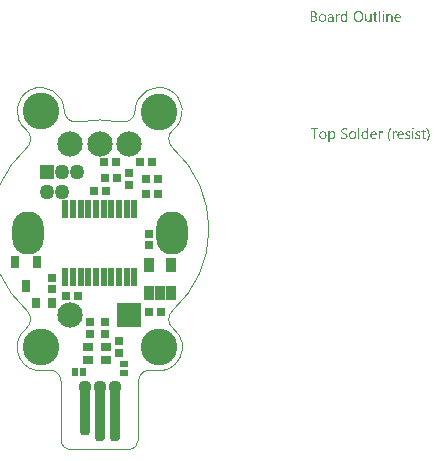
<source format=gts>
G04*
G04 #@! TF.GenerationSoftware,Altium Limited,Altium Designer,21.9.2 (33)*
G04*
G04 Layer_Color=8388736*
%FSAX25Y25*%
%MOIN*%
G70*
G04*
G04 #@! TF.SameCoordinates,A6586CB6-8B30-4D09-AE0A-FB24D08DFB98*
G04*
G04*
G04 #@! TF.FilePolarity,Negative*
G04*
G01*
G75*
%ADD12C,0.00394*%
G04:AMPARAMS|DCode=24|XSize=35.43mil|YSize=169.29mil|CornerRadius=13.82mil|HoleSize=0mil|Usage=FLASHONLY|Rotation=180.000|XOffset=0mil|YOffset=0mil|HoleType=Round|Shape=RoundedRectangle|*
%AMROUNDEDRECTD24*
21,1,0.03543,0.14165,0,0,180.0*
21,1,0.00780,0.16929,0,0,180.0*
1,1,0.02764,-0.00390,0.07083*
1,1,0.02764,0.00390,0.07083*
1,1,0.02764,0.00390,-0.07083*
1,1,0.02764,-0.00390,-0.07083*
%
%ADD24ROUNDEDRECTD24*%
G04:AMPARAMS|DCode=25|XSize=35.43mil|YSize=188.98mil|CornerRadius=13.82mil|HoleSize=0mil|Usage=FLASHONLY|Rotation=180.000|XOffset=0mil|YOffset=0mil|HoleType=Round|Shape=RoundedRectangle|*
%AMROUNDEDRECTD25*
21,1,0.03543,0.16134,0,0,180.0*
21,1,0.00780,0.18898,0,0,180.0*
1,1,0.02764,-0.00390,0.08067*
1,1,0.02764,0.00390,0.08067*
1,1,0.02764,0.00390,-0.08067*
1,1,0.02764,-0.00390,-0.08067*
%
%ADD25ROUNDEDRECTD25*%
%ADD26R,0.01968X0.03150*%
%ADD27R,0.03150X0.01968*%
%ADD28R,0.03543X0.02953*%
%ADD29R,0.02756X0.02559*%
%ADD30R,0.02165X0.05906*%
%ADD31R,0.02953X0.04134*%
%ADD32R,0.02756X0.02559*%
%ADD33R,0.03347X0.04528*%
%ADD34R,0.02559X0.02756*%
%ADD35R,0.02953X0.03740*%
%ADD36R,0.02559X0.02756*%
%ADD37C,0.04370*%
%ADD38C,0.00591*%
%ADD39C,0.12205*%
%ADD40C,0.04961*%
%ADD41R,0.04961X0.04961*%
%ADD42O,0.10433X0.14370*%
%ADD43R,0.08465X0.08465*%
%ADD44C,0.08465*%
G36*
X0094583Y0072803D02*
X0094608D01*
X0094664Y0072779D01*
X0094695Y0072760D01*
X0094726Y0072735D01*
X0094732Y0072729D01*
X0094738Y0072723D01*
X0094769Y0072686D01*
X0094794Y0072624D01*
X0094800Y0072587D01*
X0094806Y0072550D01*
Y0072543D01*
Y0072531D01*
X0094800Y0072513D01*
X0094794Y0072488D01*
X0094775Y0072426D01*
X0094750Y0072395D01*
X0094726Y0072364D01*
X0094719D01*
X0094713Y0072351D01*
X0094676Y0072327D01*
X0094620Y0072302D01*
X0094583Y0072296D01*
X0094546Y0072290D01*
X0094527D01*
X0094509Y0072296D01*
X0094484D01*
X0094422Y0072321D01*
X0094391Y0072333D01*
X0094360Y0072358D01*
Y0072364D01*
X0094348Y0072370D01*
X0094336Y0072389D01*
X0094323Y0072407D01*
X0094298Y0072469D01*
X0094292Y0072506D01*
X0094286Y0072550D01*
Y0072556D01*
Y0072568D01*
X0094292Y0072587D01*
X0094298Y0072618D01*
X0094317Y0072673D01*
X0094336Y0072704D01*
X0094360Y0072735D01*
X0094366Y0072742D01*
X0094373Y0072748D01*
X0094410Y0072772D01*
X0094472Y0072797D01*
X0094509Y0072810D01*
X0094564D01*
X0094583Y0072803D01*
D02*
G37*
G36*
X0082593Y0069139D02*
X0082191D01*
Y0069560D01*
X0082178D01*
Y0069554D01*
X0082166Y0069541D01*
X0082147Y0069516D01*
X0082129Y0069485D01*
X0082098Y0069448D01*
X0082061Y0069411D01*
X0082017Y0069368D01*
X0081968Y0069325D01*
X0081912Y0069275D01*
X0081844Y0069232D01*
X0081776Y0069195D01*
X0081695Y0069157D01*
X0081615Y0069126D01*
X0081522Y0069102D01*
X0081423Y0069089D01*
X0081318Y0069083D01*
X0081275D01*
X0081238Y0069089D01*
X0081200Y0069096D01*
X0081151Y0069102D01*
X0081046Y0069126D01*
X0080922Y0069164D01*
X0080798Y0069226D01*
X0080730Y0069263D01*
X0080674Y0069306D01*
X0080612Y0069362D01*
X0080557Y0069417D01*
Y0069424D01*
X0080544Y0069436D01*
X0080532Y0069455D01*
X0080513Y0069479D01*
X0080495Y0069510D01*
X0080470Y0069554D01*
X0080445Y0069603D01*
X0080420Y0069659D01*
X0080389Y0069721D01*
X0080365Y0069789D01*
X0080340Y0069863D01*
X0080321Y0069944D01*
X0080303Y0070030D01*
X0080290Y0070129D01*
X0080284Y0070228D01*
X0080278Y0070334D01*
Y0070340D01*
Y0070358D01*
Y0070395D01*
X0080284Y0070439D01*
X0080290Y0070488D01*
X0080297Y0070550D01*
X0080303Y0070618D01*
X0080315Y0070693D01*
X0080352Y0070854D01*
X0080408Y0071021D01*
X0080445Y0071101D01*
X0080489Y0071182D01*
X0080532Y0071256D01*
X0080588Y0071330D01*
X0080594Y0071336D01*
X0080600Y0071349D01*
X0080618Y0071367D01*
X0080643Y0071392D01*
X0080674Y0071417D01*
X0080717Y0071448D01*
X0080761Y0071485D01*
X0080810Y0071522D01*
X0080934Y0071590D01*
X0081077Y0071652D01*
X0081157Y0071671D01*
X0081244Y0071689D01*
X0081330Y0071702D01*
X0081429Y0071708D01*
X0081479D01*
X0081516Y0071702D01*
X0081553Y0071695D01*
X0081603Y0071689D01*
X0081714Y0071658D01*
X0081838Y0071609D01*
X0081900Y0071578D01*
X0081962Y0071534D01*
X0082024Y0071491D01*
X0082079Y0071435D01*
X0082129Y0071373D01*
X0082178Y0071299D01*
X0082191D01*
Y0072859D01*
X0082593D01*
Y0069139D01*
D02*
G37*
G36*
X0096861Y0071702D02*
X0096935Y0071695D01*
X0097028Y0071677D01*
X0097127Y0071646D01*
X0097232Y0071596D01*
X0097338Y0071528D01*
X0097381Y0071491D01*
X0097424Y0071442D01*
X0097437Y0071429D01*
X0097461Y0071392D01*
X0097492Y0071330D01*
X0097536Y0071244D01*
X0097573Y0071138D01*
X0097610Y0071008D01*
X0097635Y0070854D01*
X0097641Y0070674D01*
Y0069139D01*
X0097239D01*
Y0070569D01*
Y0070575D01*
Y0070606D01*
X0097232Y0070643D01*
Y0070693D01*
X0097220Y0070754D01*
X0097208Y0070823D01*
X0097189Y0070897D01*
X0097164Y0070971D01*
X0097133Y0071045D01*
X0097096Y0071114D01*
X0097047Y0071182D01*
X0096991Y0071244D01*
X0096929Y0071293D01*
X0096849Y0071330D01*
X0096762Y0071361D01*
X0096657Y0071367D01*
X0096644D01*
X0096607Y0071361D01*
X0096552Y0071355D01*
X0096483Y0071336D01*
X0096403Y0071312D01*
X0096316Y0071268D01*
X0096236Y0071213D01*
X0096155Y0071138D01*
X0096149Y0071126D01*
X0096124Y0071101D01*
X0096093Y0071052D01*
X0096056Y0070983D01*
X0096019Y0070903D01*
X0095988Y0070804D01*
X0095964Y0070693D01*
X0095957Y0070569D01*
Y0069139D01*
X0095555D01*
Y0071652D01*
X0095957D01*
Y0071231D01*
X0095970D01*
X0095976Y0071237D01*
X0095982Y0071250D01*
X0096001Y0071275D01*
X0096025Y0071305D01*
X0096050Y0071342D01*
X0096087Y0071380D01*
X0096131Y0071423D01*
X0096180Y0071473D01*
X0096236Y0071516D01*
X0096298Y0071559D01*
X0096366Y0071596D01*
X0096440Y0071633D01*
X0096514Y0071664D01*
X0096601Y0071689D01*
X0096694Y0071702D01*
X0096793Y0071708D01*
X0096830D01*
X0096861Y0071702D01*
D02*
G37*
G36*
X0079863Y0071689D02*
X0079937Y0071683D01*
X0079981Y0071671D01*
X0080012Y0071658D01*
Y0071244D01*
X0080006Y0071250D01*
X0079993Y0071256D01*
X0079969Y0071268D01*
X0079937Y0071287D01*
X0079894Y0071299D01*
X0079839Y0071312D01*
X0079777Y0071318D01*
X0079708Y0071324D01*
X0079696D01*
X0079665Y0071318D01*
X0079616Y0071312D01*
X0079560Y0071293D01*
X0079486Y0071262D01*
X0079418Y0071219D01*
X0079343Y0071157D01*
X0079275Y0071076D01*
X0079269Y0071064D01*
X0079251Y0071033D01*
X0079220Y0070977D01*
X0079189Y0070903D01*
X0079158Y0070810D01*
X0079127Y0070693D01*
X0079108Y0070563D01*
X0079102Y0070414D01*
Y0069139D01*
X0078699D01*
Y0071652D01*
X0079102D01*
Y0071132D01*
X0079114D01*
Y0071138D01*
X0079120Y0071144D01*
X0079133Y0071175D01*
X0079151Y0071225D01*
X0079182Y0071287D01*
X0079213Y0071349D01*
X0079263Y0071417D01*
X0079312Y0071485D01*
X0079374Y0071547D01*
X0079380Y0071553D01*
X0079405Y0071572D01*
X0079442Y0071596D01*
X0079492Y0071621D01*
X0079548Y0071646D01*
X0079616Y0071671D01*
X0079690Y0071689D01*
X0079770Y0071695D01*
X0079826D01*
X0079863Y0071689D01*
D02*
G37*
G36*
X0090603Y0069139D02*
X0090201D01*
Y0069535D01*
X0090188D01*
Y0069529D01*
X0090176Y0069516D01*
X0090163Y0069492D01*
X0090139Y0069467D01*
X0090083Y0069393D01*
X0089996Y0069312D01*
X0089947Y0069269D01*
X0089891Y0069226D01*
X0089829Y0069188D01*
X0089755Y0069151D01*
X0089681Y0069126D01*
X0089600Y0069102D01*
X0089507Y0069089D01*
X0089414Y0069083D01*
X0089377D01*
X0089334Y0069089D01*
X0089272Y0069102D01*
X0089204Y0069114D01*
X0089130Y0069139D01*
X0089049Y0069170D01*
X0088969Y0069219D01*
X0088882Y0069275D01*
X0088802Y0069343D01*
X0088727Y0069430D01*
X0088659Y0069535D01*
X0088597Y0069653D01*
X0088554Y0069795D01*
X0088529Y0069962D01*
X0088517Y0070049D01*
Y0070148D01*
Y0071652D01*
X0088913D01*
Y0070210D01*
Y0070204D01*
Y0070179D01*
X0088919Y0070135D01*
X0088925Y0070086D01*
X0088932Y0070024D01*
X0088944Y0069962D01*
X0088963Y0069888D01*
X0088987Y0069814D01*
X0089025Y0069739D01*
X0089062Y0069671D01*
X0089111Y0069603D01*
X0089173Y0069541D01*
X0089241Y0069492D01*
X0089322Y0069455D01*
X0089421Y0069424D01*
X0089526Y0069417D01*
X0089538D01*
X0089575Y0069424D01*
X0089631Y0069430D01*
X0089693Y0069442D01*
X0089773Y0069473D01*
X0089854Y0069510D01*
X0089934Y0069560D01*
X0090009Y0069634D01*
X0090015Y0069647D01*
X0090040Y0069671D01*
X0090071Y0069721D01*
X0090108Y0069789D01*
X0090139Y0069869D01*
X0090170Y0069968D01*
X0090194Y0070080D01*
X0090201Y0070204D01*
Y0071652D01*
X0090603D01*
Y0069139D01*
D02*
G37*
G36*
X0094738D02*
X0094336D01*
Y0071652D01*
X0094738D01*
Y0069139D01*
D02*
G37*
G36*
X0093518D02*
X0093116D01*
Y0072859D01*
X0093518D01*
Y0069139D01*
D02*
G37*
G36*
X0077140Y0071702D02*
X0077195Y0071695D01*
X0077263Y0071677D01*
X0077338Y0071658D01*
X0077418Y0071627D01*
X0077505Y0071590D01*
X0077585Y0071541D01*
X0077666Y0071479D01*
X0077740Y0071404D01*
X0077808Y0071312D01*
X0077864Y0071206D01*
X0077907Y0071083D01*
X0077932Y0070940D01*
X0077944Y0070773D01*
Y0069139D01*
X0077542D01*
Y0069529D01*
X0077530D01*
Y0069523D01*
X0077517Y0069510D01*
X0077505Y0069485D01*
X0077480Y0069461D01*
X0077418Y0069387D01*
X0077338Y0069306D01*
X0077226Y0069226D01*
X0077096Y0069151D01*
X0077016Y0069126D01*
X0076935Y0069102D01*
X0076849Y0069089D01*
X0076756Y0069083D01*
X0076719D01*
X0076694Y0069089D01*
X0076626Y0069096D01*
X0076545Y0069108D01*
X0076446Y0069133D01*
X0076354Y0069164D01*
X0076254Y0069213D01*
X0076168Y0069275D01*
X0076162Y0069288D01*
X0076137Y0069312D01*
X0076100Y0069356D01*
X0076063Y0069417D01*
X0076025Y0069492D01*
X0075988Y0069578D01*
X0075964Y0069684D01*
X0075957Y0069801D01*
Y0069807D01*
Y0069832D01*
X0075964Y0069869D01*
X0075970Y0069913D01*
X0075982Y0069968D01*
X0076001Y0070030D01*
X0076025Y0070098D01*
X0076063Y0070166D01*
X0076106Y0070241D01*
X0076162Y0070315D01*
X0076230Y0070383D01*
X0076310Y0070445D01*
X0076403Y0070507D01*
X0076515Y0070556D01*
X0076638Y0070594D01*
X0076787Y0070625D01*
X0077542Y0070730D01*
Y0070736D01*
Y0070754D01*
X0077536Y0070792D01*
Y0070829D01*
X0077523Y0070878D01*
X0077517Y0070934D01*
X0077480Y0071052D01*
X0077449Y0071107D01*
X0077418Y0071163D01*
X0077375Y0071219D01*
X0077325Y0071268D01*
X0077263Y0071312D01*
X0077195Y0071342D01*
X0077115Y0071361D01*
X0077022Y0071367D01*
X0076979D01*
X0076948Y0071361D01*
X0076904D01*
X0076861Y0071349D01*
X0076750Y0071330D01*
X0076626Y0071293D01*
X0076490Y0071237D01*
X0076415Y0071200D01*
X0076347Y0071163D01*
X0076273Y0071114D01*
X0076205Y0071058D01*
Y0071473D01*
X0076211D01*
X0076224Y0071485D01*
X0076242Y0071497D01*
X0076273Y0071510D01*
X0076304Y0071528D01*
X0076347Y0071547D01*
X0076397Y0071565D01*
X0076453Y0071590D01*
X0076576Y0071633D01*
X0076725Y0071671D01*
X0076886Y0071695D01*
X0077059Y0071708D01*
X0077096D01*
X0077140Y0071702D01*
D02*
G37*
G36*
X0071451Y0072649D02*
X0071494D01*
X0071538Y0072642D01*
X0071637Y0072630D01*
X0071754Y0072599D01*
X0071878Y0072562D01*
X0071996Y0072506D01*
X0072101Y0072432D01*
X0072107D01*
X0072113Y0072420D01*
X0072144Y0072395D01*
X0072188Y0072345D01*
X0072237Y0072277D01*
X0072281Y0072191D01*
X0072324Y0072092D01*
X0072355Y0071980D01*
X0072367Y0071918D01*
Y0071850D01*
Y0071844D01*
Y0071838D01*
Y0071801D01*
X0072361Y0071745D01*
X0072349Y0071677D01*
X0072330Y0071590D01*
X0072299Y0071504D01*
X0072262Y0071417D01*
X0072206Y0071330D01*
X0072200Y0071318D01*
X0072175Y0071293D01*
X0072138Y0071256D01*
X0072089Y0071206D01*
X0072027Y0071157D01*
X0071952Y0071101D01*
X0071860Y0071058D01*
X0071761Y0071014D01*
Y0071008D01*
X0071779D01*
X0071798Y0071002D01*
X0071816Y0070996D01*
X0071884Y0070983D01*
X0071965Y0070959D01*
X0072052Y0070922D01*
X0072144Y0070878D01*
X0072237Y0070816D01*
X0072324Y0070736D01*
X0072336Y0070723D01*
X0072361Y0070693D01*
X0072392Y0070649D01*
X0072435Y0070581D01*
X0072472Y0070495D01*
X0072510Y0070395D01*
X0072534Y0070278D01*
X0072540Y0070148D01*
Y0070142D01*
Y0070129D01*
Y0070104D01*
X0072534Y0070074D01*
X0072528Y0070037D01*
X0072522Y0069993D01*
X0072497Y0069888D01*
X0072460Y0069770D01*
X0072404Y0069647D01*
X0072367Y0069591D01*
X0072324Y0069529D01*
X0072268Y0069473D01*
X0072212Y0069417D01*
X0072206D01*
X0072200Y0069405D01*
X0072181Y0069393D01*
X0072157Y0069374D01*
X0072126Y0069356D01*
X0072082Y0069331D01*
X0071990Y0069281D01*
X0071872Y0069226D01*
X0071736Y0069182D01*
X0071575Y0069151D01*
X0071494Y0069145D01*
X0071402Y0069139D01*
X0070374D01*
Y0072655D01*
X0071420D01*
X0071451Y0072649D01*
D02*
G37*
G36*
X0091946Y0071652D02*
X0092584D01*
Y0071305D01*
X0091946D01*
Y0069888D01*
Y0069876D01*
Y0069845D01*
X0091952Y0069801D01*
X0091958Y0069745D01*
X0091983Y0069628D01*
X0092002Y0069572D01*
X0092033Y0069529D01*
X0092039Y0069523D01*
X0092051Y0069510D01*
X0092070Y0069498D01*
X0092101Y0069479D01*
X0092138Y0069455D01*
X0092188Y0069442D01*
X0092250Y0069430D01*
X0092318Y0069424D01*
X0092342D01*
X0092373Y0069430D01*
X0092410Y0069436D01*
X0092497Y0069461D01*
X0092540Y0069479D01*
X0092584Y0069504D01*
Y0069157D01*
X0092577D01*
X0092559Y0069145D01*
X0092528Y0069139D01*
X0092485Y0069126D01*
X0092429Y0069114D01*
X0092367Y0069102D01*
X0092293Y0069096D01*
X0092206Y0069089D01*
X0092175D01*
X0092144Y0069096D01*
X0092101Y0069102D01*
X0092051Y0069114D01*
X0091996Y0069126D01*
X0091940Y0069151D01*
X0091878Y0069182D01*
X0091816Y0069219D01*
X0091754Y0069269D01*
X0091699Y0069325D01*
X0091649Y0069399D01*
X0091606Y0069479D01*
X0091575Y0069578D01*
X0091550Y0069690D01*
X0091544Y0069820D01*
Y0071305D01*
X0091117D01*
Y0071652D01*
X0091544D01*
Y0072265D01*
X0091946Y0072395D01*
Y0071652D01*
D02*
G37*
G36*
X0099473Y0071702D02*
X0099516Y0071695D01*
X0099560Y0071689D01*
X0099671Y0071671D01*
X0099795Y0071627D01*
X0099919Y0071572D01*
X0099981Y0071534D01*
X0100043Y0071491D01*
X0100098Y0071442D01*
X0100154Y0071386D01*
X0100160Y0071380D01*
X0100166Y0071373D01*
X0100179Y0071355D01*
X0100197Y0071330D01*
X0100216Y0071293D01*
X0100241Y0071256D01*
X0100266Y0071213D01*
X0100290Y0071157D01*
X0100315Y0071095D01*
X0100340Y0071033D01*
X0100364Y0070959D01*
X0100383Y0070878D01*
X0100402Y0070792D01*
X0100414Y0070705D01*
X0100426Y0070606D01*
Y0070501D01*
Y0070290D01*
X0098650D01*
Y0070284D01*
Y0070272D01*
Y0070253D01*
X0098656Y0070222D01*
X0098662Y0070185D01*
Y0070148D01*
X0098681Y0070049D01*
X0098712Y0069950D01*
X0098749Y0069838D01*
X0098805Y0069733D01*
X0098873Y0069640D01*
X0098885Y0069628D01*
X0098910Y0069603D01*
X0098959Y0069572D01*
X0099028Y0069529D01*
X0099114Y0069485D01*
X0099213Y0069455D01*
X0099331Y0069430D01*
X0099467Y0069417D01*
X0099510D01*
X0099541Y0069424D01*
X0099578D01*
X0099622Y0069430D01*
X0099727Y0069455D01*
X0099845Y0069485D01*
X0099975Y0069535D01*
X0100111Y0069603D01*
X0100179Y0069647D01*
X0100247Y0069696D01*
Y0069318D01*
X0100241D01*
X0100235Y0069306D01*
X0100216Y0069300D01*
X0100185Y0069281D01*
X0100154Y0069263D01*
X0100117Y0069244D01*
X0100067Y0069226D01*
X0100018Y0069201D01*
X0099956Y0069176D01*
X0099888Y0069157D01*
X0099739Y0069120D01*
X0099566Y0069096D01*
X0099374Y0069083D01*
X0099325D01*
X0099287Y0069089D01*
X0099244Y0069096D01*
X0099189Y0069102D01*
X0099071Y0069126D01*
X0098935Y0069164D01*
X0098799Y0069226D01*
X0098730Y0069269D01*
X0098662Y0069312D01*
X0098600Y0069362D01*
X0098539Y0069424D01*
X0098532Y0069430D01*
X0098526Y0069442D01*
X0098514Y0069461D01*
X0098489Y0069485D01*
X0098470Y0069523D01*
X0098446Y0069566D01*
X0098415Y0069616D01*
X0098390Y0069671D01*
X0098359Y0069733D01*
X0098334Y0069807D01*
X0098303Y0069888D01*
X0098285Y0069974D01*
X0098266Y0070067D01*
X0098248Y0070166D01*
X0098241Y0070272D01*
X0098235Y0070383D01*
Y0070389D01*
Y0070408D01*
Y0070439D01*
X0098241Y0070482D01*
X0098248Y0070532D01*
X0098254Y0070587D01*
X0098260Y0070655D01*
X0098278Y0070723D01*
X0098316Y0070872D01*
X0098371Y0071033D01*
X0098409Y0071114D01*
X0098458Y0071188D01*
X0098508Y0071268D01*
X0098563Y0071336D01*
X0098569Y0071342D01*
X0098582Y0071355D01*
X0098600Y0071373D01*
X0098625Y0071392D01*
X0098656Y0071423D01*
X0098693Y0071454D01*
X0098743Y0071485D01*
X0098792Y0071522D01*
X0098910Y0071590D01*
X0099052Y0071652D01*
X0099133Y0071671D01*
X0099213Y0071689D01*
X0099300Y0071702D01*
X0099393Y0071708D01*
X0099442D01*
X0099473Y0071702D01*
D02*
G37*
G36*
X0086431Y0072711D02*
X0086493Y0072704D01*
X0086567Y0072692D01*
X0086647Y0072673D01*
X0086734Y0072655D01*
X0086821Y0072630D01*
X0086920Y0072599D01*
X0087013Y0072556D01*
X0087112Y0072506D01*
X0087211Y0072451D01*
X0087304Y0072382D01*
X0087397Y0072308D01*
X0087483Y0072221D01*
X0087489Y0072215D01*
X0087502Y0072197D01*
X0087527Y0072172D01*
X0087551Y0072135D01*
X0087588Y0072085D01*
X0087625Y0072023D01*
X0087663Y0071955D01*
X0087706Y0071881D01*
X0087749Y0071788D01*
X0087787Y0071695D01*
X0087824Y0071590D01*
X0087861Y0071473D01*
X0087885Y0071355D01*
X0087910Y0071225D01*
X0087923Y0071083D01*
X0087929Y0070940D01*
Y0070928D01*
Y0070903D01*
Y0070860D01*
X0087923Y0070798D01*
X0087916Y0070723D01*
X0087904Y0070643D01*
X0087892Y0070550D01*
X0087873Y0070445D01*
X0087848Y0070340D01*
X0087817Y0070228D01*
X0087780Y0070117D01*
X0087737Y0070006D01*
X0087681Y0069888D01*
X0087619Y0069783D01*
X0087551Y0069677D01*
X0087471Y0069578D01*
X0087465Y0069572D01*
X0087452Y0069560D01*
X0087421Y0069535D01*
X0087390Y0069504D01*
X0087341Y0069461D01*
X0087285Y0069424D01*
X0087223Y0069374D01*
X0087149Y0069331D01*
X0087068Y0069288D01*
X0086976Y0069238D01*
X0086876Y0069201D01*
X0086765Y0069164D01*
X0086647Y0069126D01*
X0086524Y0069102D01*
X0086394Y0069089D01*
X0086251Y0069083D01*
X0086220D01*
X0086177Y0069089D01*
X0086128D01*
X0086066Y0069096D01*
X0085991Y0069108D01*
X0085911Y0069126D01*
X0085818Y0069145D01*
X0085725Y0069170D01*
X0085626Y0069201D01*
X0085527Y0069244D01*
X0085428Y0069288D01*
X0085329Y0069343D01*
X0085230Y0069411D01*
X0085137Y0069485D01*
X0085050Y0069572D01*
X0085044Y0069578D01*
X0085032Y0069597D01*
X0085007Y0069622D01*
X0084982Y0069659D01*
X0084945Y0069708D01*
X0084908Y0069770D01*
X0084871Y0069838D01*
X0084828Y0069919D01*
X0084784Y0070006D01*
X0084747Y0070098D01*
X0084710Y0070204D01*
X0084673Y0070321D01*
X0084648Y0070439D01*
X0084623Y0070569D01*
X0084611Y0070711D01*
X0084605Y0070854D01*
Y0070866D01*
Y0070891D01*
X0084611Y0070934D01*
Y0070996D01*
X0084617Y0071064D01*
X0084630Y0071151D01*
X0084642Y0071244D01*
X0084661Y0071342D01*
X0084685Y0071448D01*
X0084716Y0071559D01*
X0084753Y0071671D01*
X0084797Y0071782D01*
X0084852Y0071893D01*
X0084914Y0072005D01*
X0084982Y0072110D01*
X0085063Y0072209D01*
X0085069Y0072215D01*
X0085081Y0072234D01*
X0085112Y0072259D01*
X0085150Y0072290D01*
X0085193Y0072327D01*
X0085249Y0072370D01*
X0085317Y0072413D01*
X0085391Y0072463D01*
X0085478Y0072513D01*
X0085571Y0072556D01*
X0085669Y0072599D01*
X0085781Y0072636D01*
X0085905Y0072667D01*
X0086035Y0072698D01*
X0086171Y0072711D01*
X0086313Y0072717D01*
X0086381D01*
X0086431Y0072711D01*
D02*
G37*
G36*
X0074404Y0071702D02*
X0074447Y0071695D01*
X0074503Y0071689D01*
X0074626Y0071664D01*
X0074769Y0071621D01*
X0074911Y0071559D01*
X0074986Y0071522D01*
X0075054Y0071479D01*
X0075122Y0071423D01*
X0075184Y0071361D01*
X0075190Y0071355D01*
X0075196Y0071342D01*
X0075215Y0071324D01*
X0075233Y0071299D01*
X0075258Y0071262D01*
X0075283Y0071219D01*
X0075314Y0071169D01*
X0075345Y0071114D01*
X0075369Y0071045D01*
X0075400Y0070977D01*
X0075425Y0070897D01*
X0075450Y0070810D01*
X0075468Y0070717D01*
X0075487Y0070618D01*
X0075493Y0070513D01*
X0075499Y0070402D01*
Y0070395D01*
Y0070377D01*
Y0070346D01*
X0075493Y0070303D01*
X0075487Y0070253D01*
X0075481Y0070191D01*
X0075468Y0070129D01*
X0075456Y0070055D01*
X0075419Y0069907D01*
X0075357Y0069745D01*
X0075320Y0069665D01*
X0075270Y0069585D01*
X0075221Y0069510D01*
X0075159Y0069442D01*
X0075153Y0069436D01*
X0075140Y0069430D01*
X0075122Y0069411D01*
X0075097Y0069387D01*
X0075060Y0069362D01*
X0075023Y0069331D01*
X0074973Y0069294D01*
X0074918Y0069263D01*
X0074856Y0069232D01*
X0074787Y0069195D01*
X0074713Y0069164D01*
X0074633Y0069139D01*
X0074546Y0069114D01*
X0074453Y0069102D01*
X0074354Y0069089D01*
X0074249Y0069083D01*
X0074193D01*
X0074156Y0069089D01*
X0074113Y0069096D01*
X0074057Y0069102D01*
X0073995Y0069114D01*
X0073927Y0069126D01*
X0073785Y0069170D01*
X0073636Y0069232D01*
X0073562Y0069269D01*
X0073494Y0069318D01*
X0073426Y0069368D01*
X0073358Y0069430D01*
X0073351Y0069436D01*
X0073345Y0069448D01*
X0073327Y0069467D01*
X0073308Y0069492D01*
X0073283Y0069529D01*
X0073252Y0069572D01*
X0073221Y0069622D01*
X0073197Y0069677D01*
X0073166Y0069745D01*
X0073135Y0069814D01*
X0073104Y0069888D01*
X0073079Y0069974D01*
X0073042Y0070160D01*
X0073036Y0070259D01*
X0073030Y0070364D01*
Y0070371D01*
Y0070395D01*
Y0070426D01*
X0073036Y0070470D01*
X0073042Y0070519D01*
X0073048Y0070581D01*
X0073061Y0070649D01*
X0073073Y0070723D01*
X0073110Y0070885D01*
X0073172Y0071045D01*
X0073215Y0071126D01*
X0073259Y0071206D01*
X0073308Y0071281D01*
X0073370Y0071349D01*
X0073376Y0071355D01*
X0073388Y0071367D01*
X0073407Y0071380D01*
X0073432Y0071404D01*
X0073469Y0071429D01*
X0073512Y0071460D01*
X0073562Y0071497D01*
X0073618Y0071528D01*
X0073680Y0071559D01*
X0073754Y0071596D01*
X0073828Y0071627D01*
X0073915Y0071652D01*
X0074001Y0071677D01*
X0074100Y0071695D01*
X0074206Y0071702D01*
X0074311Y0071708D01*
X0074366D01*
X0074404Y0071702D01*
D02*
G37*
G36*
X0104400Y0033742D02*
X0104425D01*
X0104481Y0033717D01*
X0104512Y0033698D01*
X0104543Y0033673D01*
X0104549Y0033667D01*
X0104555Y0033661D01*
X0104586Y0033624D01*
X0104611Y0033562D01*
X0104617Y0033525D01*
X0104623Y0033488D01*
Y0033481D01*
Y0033469D01*
X0104617Y0033451D01*
X0104611Y0033426D01*
X0104592Y0033364D01*
X0104568Y0033333D01*
X0104543Y0033302D01*
X0104537D01*
X0104530Y0033290D01*
X0104493Y0033265D01*
X0104438Y0033240D01*
X0104400Y0033234D01*
X0104363Y0033228D01*
X0104345D01*
X0104326Y0033234D01*
X0104301D01*
X0104239Y0033259D01*
X0104209Y0033271D01*
X0104178Y0033296D01*
Y0033302D01*
X0104165Y0033308D01*
X0104153Y0033327D01*
X0104140Y0033345D01*
X0104116Y0033407D01*
X0104110Y0033444D01*
X0104103Y0033488D01*
Y0033494D01*
Y0033506D01*
X0104110Y0033525D01*
X0104116Y0033556D01*
X0104134Y0033612D01*
X0104153Y0033643D01*
X0104178Y0033673D01*
X0104184Y0033680D01*
X0104190Y0033686D01*
X0104227Y0033711D01*
X0104289Y0033735D01*
X0104326Y0033748D01*
X0104382D01*
X0104400Y0033742D01*
D02*
G37*
G36*
X0081832Y0033649D02*
X0081881D01*
X0081993Y0033636D01*
X0082116Y0033624D01*
X0082240Y0033599D01*
X0082358Y0033568D01*
X0082407Y0033550D01*
X0082457Y0033525D01*
Y0033061D01*
X0082451D01*
X0082445Y0033073D01*
X0082426Y0033079D01*
X0082401Y0033098D01*
X0082370Y0033110D01*
X0082333Y0033129D01*
X0082240Y0033172D01*
X0082129Y0033209D01*
X0081993Y0033246D01*
X0081832Y0033271D01*
X0081658Y0033277D01*
X0081609D01*
X0081572Y0033271D01*
X0081535D01*
X0081485Y0033265D01*
X0081386Y0033246D01*
X0081380D01*
X0081361Y0033240D01*
X0081336Y0033234D01*
X0081305Y0033228D01*
X0081231Y0033197D01*
X0081145Y0033160D01*
X0081138D01*
X0081126Y0033147D01*
X0081107Y0033135D01*
X0081083Y0033116D01*
X0081027Y0033061D01*
X0080971Y0032993D01*
Y0032986D01*
X0080959Y0032974D01*
X0080953Y0032955D01*
X0080940Y0032925D01*
X0080928Y0032887D01*
X0080922Y0032850D01*
X0080909Y0032751D01*
Y0032745D01*
Y0032726D01*
Y0032702D01*
X0080916Y0032671D01*
X0080928Y0032596D01*
X0080959Y0032516D01*
Y0032510D01*
X0080971Y0032497D01*
X0080977Y0032479D01*
X0080996Y0032454D01*
X0081046Y0032398D01*
X0081107Y0032336D01*
X0081114Y0032330D01*
X0081126Y0032324D01*
X0081145Y0032305D01*
X0081176Y0032287D01*
X0081213Y0032262D01*
X0081250Y0032237D01*
X0081349Y0032175D01*
X0081355Y0032169D01*
X0081374Y0032163D01*
X0081405Y0032144D01*
X0081442Y0032126D01*
X0081491Y0032101D01*
X0081547Y0032076D01*
X0081671Y0032015D01*
X0081677Y0032008D01*
X0081702Y0031996D01*
X0081739Y0031977D01*
X0081788Y0031953D01*
X0081844Y0031928D01*
X0081906Y0031891D01*
X0082030Y0031816D01*
X0082036Y0031810D01*
X0082061Y0031798D01*
X0082092Y0031779D01*
X0082135Y0031748D01*
X0082228Y0031674D01*
X0082327Y0031587D01*
X0082333Y0031581D01*
X0082352Y0031569D01*
X0082370Y0031538D01*
X0082401Y0031507D01*
X0082432Y0031464D01*
X0082469Y0031420D01*
X0082531Y0031309D01*
X0082537Y0031303D01*
X0082543Y0031284D01*
X0082556Y0031253D01*
X0082568Y0031210D01*
X0082581Y0031160D01*
X0082593Y0031098D01*
X0082605Y0031036D01*
Y0030962D01*
Y0030950D01*
Y0030919D01*
X0082599Y0030869D01*
X0082593Y0030808D01*
X0082581Y0030739D01*
X0082562Y0030665D01*
X0082537Y0030591D01*
X0082500Y0030523D01*
X0082494Y0030516D01*
X0082482Y0030492D01*
X0082457Y0030461D01*
X0082432Y0030417D01*
X0082389Y0030374D01*
X0082345Y0030325D01*
X0082290Y0030275D01*
X0082228Y0030226D01*
X0082222Y0030219D01*
X0082197Y0030207D01*
X0082160Y0030189D01*
X0082110Y0030164D01*
X0082055Y0030139D01*
X0081986Y0030114D01*
X0081906Y0030089D01*
X0081826Y0030071D01*
X0081813D01*
X0081788Y0030065D01*
X0081745Y0030059D01*
X0081683Y0030046D01*
X0081615Y0030040D01*
X0081535Y0030027D01*
X0081448Y0030021D01*
X0081299D01*
X0081231Y0030027D01*
X0081145Y0030034D01*
X0081126D01*
X0081101Y0030040D01*
X0081070Y0030046D01*
X0080990Y0030052D01*
X0080897Y0030071D01*
X0080891D01*
X0080872Y0030077D01*
X0080848Y0030083D01*
X0080817Y0030089D01*
X0080742Y0030108D01*
X0080656Y0030133D01*
X0080649D01*
X0080637Y0030139D01*
X0080618Y0030145D01*
X0080594Y0030158D01*
X0080532Y0030182D01*
X0080470Y0030219D01*
Y0030702D01*
X0080476Y0030696D01*
X0080489Y0030690D01*
X0080501Y0030678D01*
X0080526Y0030659D01*
X0080594Y0030616D01*
X0080674Y0030566D01*
X0080680D01*
X0080693Y0030560D01*
X0080717Y0030547D01*
X0080748Y0030535D01*
X0080829Y0030498D01*
X0080916Y0030467D01*
X0080922D01*
X0080940Y0030461D01*
X0080965Y0030455D01*
X0080996Y0030448D01*
X0081083Y0030424D01*
X0081176Y0030405D01*
X0081200D01*
X0081225Y0030399D01*
X0081256D01*
X0081330Y0030393D01*
X0081417Y0030386D01*
X0081479D01*
X0081547Y0030393D01*
X0081634Y0030405D01*
X0081726Y0030417D01*
X0081819Y0030442D01*
X0081906Y0030479D01*
X0081986Y0030523D01*
X0081993Y0030529D01*
X0082017Y0030547D01*
X0082048Y0030585D01*
X0082079Y0030628D01*
X0082116Y0030684D01*
X0082141Y0030758D01*
X0082166Y0030838D01*
X0082172Y0030931D01*
Y0030937D01*
Y0030956D01*
Y0030981D01*
X0082166Y0031018D01*
X0082147Y0031098D01*
X0082110Y0031179D01*
Y0031185D01*
X0082098Y0031197D01*
X0082086Y0031216D01*
X0082067Y0031241D01*
X0082011Y0031303D01*
X0081937Y0031371D01*
X0081931Y0031377D01*
X0081918Y0031389D01*
X0081894Y0031402D01*
X0081863Y0031427D01*
X0081826Y0031451D01*
X0081782Y0031482D01*
X0081677Y0031538D01*
X0081671Y0031544D01*
X0081652Y0031550D01*
X0081621Y0031569D01*
X0081578Y0031587D01*
X0081535Y0031618D01*
X0081479Y0031643D01*
X0081349Y0031711D01*
X0081343Y0031717D01*
X0081318Y0031730D01*
X0081281Y0031748D01*
X0081238Y0031767D01*
X0081188Y0031798D01*
X0081132Y0031829D01*
X0081008Y0031897D01*
X0081002Y0031903D01*
X0080984Y0031916D01*
X0080953Y0031934D01*
X0080916Y0031959D01*
X0080823Y0032027D01*
X0080730Y0032107D01*
X0080724Y0032114D01*
X0080711Y0032126D01*
X0080686Y0032151D01*
X0080662Y0032182D01*
X0080631Y0032225D01*
X0080600Y0032268D01*
X0080544Y0032367D01*
Y0032373D01*
X0080532Y0032392D01*
X0080526Y0032423D01*
X0080513Y0032466D01*
X0080501Y0032516D01*
X0080489Y0032578D01*
X0080482Y0032640D01*
X0080476Y0032714D01*
Y0032726D01*
Y0032757D01*
X0080482Y0032801D01*
X0080489Y0032856D01*
X0080501Y0032925D01*
X0080519Y0032993D01*
X0080544Y0033061D01*
X0080581Y0033129D01*
X0080588Y0033135D01*
X0080600Y0033160D01*
X0080625Y0033191D01*
X0080656Y0033234D01*
X0080693Y0033277D01*
X0080742Y0033327D01*
X0080798Y0033376D01*
X0080860Y0033420D01*
X0080866Y0033426D01*
X0080891Y0033438D01*
X0080928Y0033463D01*
X0080971Y0033488D01*
X0081033Y0033512D01*
X0081095Y0033544D01*
X0081169Y0033568D01*
X0081250Y0033593D01*
X0081262D01*
X0081287Y0033605D01*
X0081330Y0033612D01*
X0081392Y0033624D01*
X0081460Y0033636D01*
X0081535Y0033643D01*
X0081702Y0033655D01*
X0081788D01*
X0081832Y0033649D01*
D02*
G37*
G36*
X0089563Y0030077D02*
X0089161D01*
Y0030498D01*
X0089148D01*
Y0030492D01*
X0089136Y0030479D01*
X0089117Y0030455D01*
X0089099Y0030424D01*
X0089068Y0030386D01*
X0089031Y0030349D01*
X0088987Y0030306D01*
X0088938Y0030263D01*
X0088882Y0030213D01*
X0088814Y0030170D01*
X0088746Y0030133D01*
X0088665Y0030096D01*
X0088585Y0030065D01*
X0088492Y0030040D01*
X0088393Y0030027D01*
X0088288Y0030021D01*
X0088244D01*
X0088207Y0030027D01*
X0088170Y0030034D01*
X0088121Y0030040D01*
X0088016Y0030065D01*
X0087892Y0030102D01*
X0087768Y0030164D01*
X0087700Y0030201D01*
X0087644Y0030244D01*
X0087582Y0030300D01*
X0087527Y0030356D01*
Y0030362D01*
X0087514Y0030374D01*
X0087502Y0030393D01*
X0087483Y0030417D01*
X0087465Y0030448D01*
X0087440Y0030492D01*
X0087415Y0030541D01*
X0087390Y0030597D01*
X0087359Y0030659D01*
X0087335Y0030727D01*
X0087310Y0030801D01*
X0087291Y0030882D01*
X0087273Y0030968D01*
X0087260Y0031067D01*
X0087254Y0031166D01*
X0087248Y0031272D01*
Y0031278D01*
Y0031297D01*
Y0031334D01*
X0087254Y0031377D01*
X0087260Y0031427D01*
X0087266Y0031488D01*
X0087273Y0031556D01*
X0087285Y0031631D01*
X0087322Y0031792D01*
X0087378Y0031959D01*
X0087415Y0032039D01*
X0087458Y0032120D01*
X0087502Y0032194D01*
X0087557Y0032268D01*
X0087564Y0032274D01*
X0087570Y0032287D01*
X0087588Y0032305D01*
X0087613Y0032330D01*
X0087644Y0032355D01*
X0087687Y0032386D01*
X0087731Y0032423D01*
X0087780Y0032460D01*
X0087904Y0032528D01*
X0088046Y0032590D01*
X0088127Y0032609D01*
X0088214Y0032627D01*
X0088300Y0032640D01*
X0088399Y0032646D01*
X0088449D01*
X0088486Y0032640D01*
X0088523Y0032634D01*
X0088573Y0032627D01*
X0088684Y0032596D01*
X0088808Y0032547D01*
X0088870Y0032516D01*
X0088932Y0032473D01*
X0088994Y0032429D01*
X0089049Y0032373D01*
X0089099Y0032312D01*
X0089148Y0032237D01*
X0089161D01*
Y0033797D01*
X0089563D01*
Y0030077D01*
D02*
G37*
G36*
X0077616Y0032640D02*
X0077660Y0032634D01*
X0077703Y0032627D01*
X0077814Y0032603D01*
X0077938Y0032565D01*
X0078062Y0032504D01*
X0078124Y0032466D01*
X0078186Y0032417D01*
X0078241Y0032367D01*
X0078297Y0032305D01*
X0078303Y0032299D01*
X0078310Y0032293D01*
X0078322Y0032268D01*
X0078341Y0032243D01*
X0078359Y0032213D01*
X0078384Y0032169D01*
X0078409Y0032120D01*
X0078433Y0032070D01*
X0078458Y0032008D01*
X0078483Y0031940D01*
X0078508Y0031866D01*
X0078526Y0031786D01*
X0078557Y0031606D01*
X0078570Y0031507D01*
Y0031402D01*
Y0031396D01*
Y0031377D01*
Y0031340D01*
X0078563Y0031297D01*
Y0031247D01*
X0078551Y0031185D01*
X0078545Y0031117D01*
X0078532Y0031043D01*
X0078495Y0030882D01*
X0078440Y0030715D01*
X0078402Y0030634D01*
X0078365Y0030554D01*
X0078316Y0030473D01*
X0078260Y0030399D01*
X0078254Y0030393D01*
X0078248Y0030380D01*
X0078229Y0030362D01*
X0078204Y0030343D01*
X0078173Y0030312D01*
X0078136Y0030281D01*
X0078093Y0030244D01*
X0078043Y0030213D01*
X0077988Y0030176D01*
X0077926Y0030139D01*
X0077777Y0030083D01*
X0077697Y0030059D01*
X0077616Y0030040D01*
X0077523Y0030027D01*
X0077424Y0030021D01*
X0077375D01*
X0077344Y0030027D01*
X0077301Y0030034D01*
X0077257Y0030046D01*
X0077146Y0030071D01*
X0077028Y0030120D01*
X0076960Y0030158D01*
X0076898Y0030195D01*
X0076836Y0030244D01*
X0076781Y0030300D01*
X0076719Y0030362D01*
X0076669Y0030436D01*
X0076657D01*
Y0028926D01*
X0076254D01*
Y0032590D01*
X0076657D01*
Y0032144D01*
X0076669D01*
X0076675Y0032151D01*
X0076682Y0032169D01*
X0076700Y0032194D01*
X0076725Y0032225D01*
X0076756Y0032262D01*
X0076793Y0032305D01*
X0076836Y0032349D01*
X0076892Y0032398D01*
X0076948Y0032442D01*
X0077010Y0032485D01*
X0077084Y0032528D01*
X0077158Y0032565D01*
X0077245Y0032603D01*
X0077338Y0032627D01*
X0077431Y0032640D01*
X0077536Y0032646D01*
X0077585D01*
X0077616Y0032640D01*
D02*
G37*
G36*
X0106307D02*
X0106387Y0032634D01*
X0106474Y0032621D01*
X0106573Y0032596D01*
X0106672Y0032572D01*
X0106771Y0032535D01*
Y0032126D01*
X0106759Y0032132D01*
X0106722Y0032157D01*
X0106666Y0032182D01*
X0106592Y0032219D01*
X0106499Y0032250D01*
X0106387Y0032281D01*
X0106264Y0032299D01*
X0106134Y0032305D01*
X0106065D01*
X0106004Y0032293D01*
X0105929Y0032281D01*
X0105923D01*
X0105917Y0032274D01*
X0105880Y0032262D01*
X0105830Y0032237D01*
X0105775Y0032206D01*
X0105762Y0032200D01*
X0105737Y0032175D01*
X0105707Y0032138D01*
X0105676Y0032095D01*
X0105669Y0032083D01*
X0105657Y0032052D01*
X0105645Y0032008D01*
X0105638Y0031953D01*
Y0031946D01*
Y0031934D01*
Y0031916D01*
X0105645Y0031897D01*
X0105657Y0031841D01*
X0105676Y0031786D01*
X0105682Y0031773D01*
X0105700Y0031748D01*
X0105737Y0031711D01*
X0105781Y0031668D01*
X0105787D01*
X0105793Y0031662D01*
X0105830Y0031637D01*
X0105880Y0031606D01*
X0105948Y0031575D01*
X0105954D01*
X0105966Y0031569D01*
X0105985Y0031563D01*
X0106016Y0031550D01*
X0106084Y0031525D01*
X0106171Y0031488D01*
X0106177D01*
X0106202Y0031476D01*
X0106233Y0031464D01*
X0106270Y0031451D01*
X0106369Y0031408D01*
X0106468Y0031358D01*
X0106474D01*
X0106493Y0031346D01*
X0106517Y0031334D01*
X0106548Y0031315D01*
X0106623Y0031266D01*
X0106697Y0031204D01*
X0106703Y0031197D01*
X0106716Y0031191D01*
X0106728Y0031173D01*
X0106753Y0031148D01*
X0106796Y0031086D01*
X0106839Y0031005D01*
Y0030999D01*
X0106845Y0030987D01*
X0106858Y0030962D01*
X0106864Y0030931D01*
X0106876Y0030894D01*
X0106883Y0030851D01*
X0106889Y0030746D01*
Y0030739D01*
Y0030715D01*
X0106883Y0030678D01*
X0106876Y0030634D01*
X0106870Y0030585D01*
X0106852Y0030529D01*
X0106833Y0030479D01*
X0106802Y0030424D01*
X0106796Y0030417D01*
X0106790Y0030399D01*
X0106771Y0030374D01*
X0106746Y0030343D01*
X0106716Y0030306D01*
X0106678Y0030269D01*
X0106586Y0030195D01*
X0106579Y0030189D01*
X0106561Y0030182D01*
X0106536Y0030164D01*
X0106493Y0030145D01*
X0106449Y0030120D01*
X0106394Y0030102D01*
X0106338Y0030083D01*
X0106270Y0030065D01*
X0106264D01*
X0106239Y0030059D01*
X0106202Y0030052D01*
X0106158Y0030046D01*
X0106096Y0030034D01*
X0106035Y0030027D01*
X0105892Y0030021D01*
X0105830D01*
X0105756Y0030027D01*
X0105663Y0030040D01*
X0105558Y0030059D01*
X0105447Y0030083D01*
X0105335Y0030114D01*
X0105224Y0030164D01*
Y0030597D01*
X0105230D01*
X0105236Y0030585D01*
X0105255Y0030572D01*
X0105279Y0030560D01*
X0105348Y0030523D01*
X0105440Y0030479D01*
X0105546Y0030430D01*
X0105669Y0030393D01*
X0105806Y0030368D01*
X0105948Y0030356D01*
X0105998D01*
X0106028Y0030362D01*
X0106115Y0030374D01*
X0106214Y0030399D01*
X0106307Y0030442D01*
X0106350Y0030473D01*
X0106394Y0030504D01*
X0106425Y0030547D01*
X0106449Y0030591D01*
X0106468Y0030646D01*
X0106474Y0030708D01*
Y0030715D01*
Y0030727D01*
Y0030746D01*
X0106468Y0030764D01*
X0106456Y0030820D01*
X0106431Y0030876D01*
Y0030882D01*
X0106425Y0030888D01*
X0106400Y0030919D01*
X0106363Y0030962D01*
X0106307Y0030999D01*
X0106301D01*
X0106295Y0031012D01*
X0106257Y0031030D01*
X0106202Y0031067D01*
X0106127Y0031098D01*
X0106121D01*
X0106109Y0031105D01*
X0106090Y0031117D01*
X0106059Y0031129D01*
X0105991Y0031154D01*
X0105905Y0031191D01*
X0105898D01*
X0105874Y0031204D01*
X0105843Y0031216D01*
X0105806Y0031228D01*
X0105707Y0031272D01*
X0105607Y0031321D01*
X0105601Y0031327D01*
X0105589Y0031334D01*
X0105564Y0031346D01*
X0105533Y0031365D01*
X0105465Y0031414D01*
X0105397Y0031470D01*
X0105391Y0031476D01*
X0105385Y0031482D01*
X0105366Y0031501D01*
X0105348Y0031525D01*
X0105304Y0031587D01*
X0105267Y0031662D01*
Y0031668D01*
X0105261Y0031680D01*
X0105255Y0031705D01*
X0105248Y0031736D01*
X0105242Y0031773D01*
X0105236Y0031816D01*
X0105230Y0031922D01*
Y0031928D01*
Y0031953D01*
X0105236Y0031984D01*
X0105242Y0032027D01*
X0105248Y0032076D01*
X0105267Y0032126D01*
X0105286Y0032182D01*
X0105310Y0032231D01*
X0105317Y0032237D01*
X0105323Y0032256D01*
X0105341Y0032281D01*
X0105366Y0032312D01*
X0105434Y0032386D01*
X0105521Y0032460D01*
X0105527Y0032466D01*
X0105546Y0032473D01*
X0105570Y0032491D01*
X0105614Y0032510D01*
X0105657Y0032535D01*
X0105707Y0032559D01*
X0105830Y0032596D01*
X0105836D01*
X0105861Y0032603D01*
X0105892Y0032615D01*
X0105942Y0032621D01*
X0105991Y0032634D01*
X0106053Y0032640D01*
X0106189Y0032646D01*
X0106245D01*
X0106307Y0032640D01*
D02*
G37*
G36*
X0102952D02*
X0103032Y0032634D01*
X0103119Y0032621D01*
X0103218Y0032596D01*
X0103317Y0032572D01*
X0103416Y0032535D01*
Y0032126D01*
X0103404Y0032132D01*
X0103367Y0032157D01*
X0103311Y0032182D01*
X0103237Y0032219D01*
X0103144Y0032250D01*
X0103032Y0032281D01*
X0102909Y0032299D01*
X0102779Y0032305D01*
X0102711D01*
X0102649Y0032293D01*
X0102574Y0032281D01*
X0102568D01*
X0102562Y0032274D01*
X0102525Y0032262D01*
X0102475Y0032237D01*
X0102420Y0032206D01*
X0102407Y0032200D01*
X0102383Y0032175D01*
X0102351Y0032138D01*
X0102321Y0032095D01*
X0102314Y0032083D01*
X0102302Y0032052D01*
X0102290Y0032008D01*
X0102284Y0031953D01*
Y0031946D01*
Y0031934D01*
Y0031916D01*
X0102290Y0031897D01*
X0102302Y0031841D01*
X0102321Y0031786D01*
X0102327Y0031773D01*
X0102345Y0031748D01*
X0102383Y0031711D01*
X0102426Y0031668D01*
X0102432D01*
X0102438Y0031662D01*
X0102475Y0031637D01*
X0102525Y0031606D01*
X0102593Y0031575D01*
X0102599D01*
X0102611Y0031569D01*
X0102630Y0031563D01*
X0102661Y0031550D01*
X0102729Y0031525D01*
X0102816Y0031488D01*
X0102822D01*
X0102847Y0031476D01*
X0102878Y0031464D01*
X0102915Y0031451D01*
X0103014Y0031408D01*
X0103113Y0031358D01*
X0103119D01*
X0103138Y0031346D01*
X0103162Y0031334D01*
X0103193Y0031315D01*
X0103268Y0031266D01*
X0103342Y0031204D01*
X0103348Y0031197D01*
X0103360Y0031191D01*
X0103373Y0031173D01*
X0103398Y0031148D01*
X0103441Y0031086D01*
X0103484Y0031005D01*
Y0030999D01*
X0103490Y0030987D01*
X0103503Y0030962D01*
X0103509Y0030931D01*
X0103522Y0030894D01*
X0103528Y0030851D01*
X0103534Y0030746D01*
Y0030739D01*
Y0030715D01*
X0103528Y0030678D01*
X0103522Y0030634D01*
X0103515Y0030585D01*
X0103497Y0030529D01*
X0103478Y0030479D01*
X0103447Y0030424D01*
X0103441Y0030417D01*
X0103435Y0030399D01*
X0103416Y0030374D01*
X0103392Y0030343D01*
X0103360Y0030306D01*
X0103323Y0030269D01*
X0103231Y0030195D01*
X0103224Y0030189D01*
X0103206Y0030182D01*
X0103181Y0030164D01*
X0103138Y0030145D01*
X0103094Y0030120D01*
X0103039Y0030102D01*
X0102983Y0030083D01*
X0102915Y0030065D01*
X0102909D01*
X0102884Y0030059D01*
X0102847Y0030052D01*
X0102803Y0030046D01*
X0102742Y0030034D01*
X0102680Y0030027D01*
X0102537Y0030021D01*
X0102475D01*
X0102401Y0030027D01*
X0102308Y0030040D01*
X0102203Y0030059D01*
X0102092Y0030083D01*
X0101980Y0030114D01*
X0101869Y0030164D01*
Y0030597D01*
X0101875D01*
X0101881Y0030585D01*
X0101900Y0030572D01*
X0101924Y0030560D01*
X0101992Y0030523D01*
X0102085Y0030479D01*
X0102191Y0030430D01*
X0102314Y0030393D01*
X0102451Y0030368D01*
X0102593Y0030356D01*
X0102643D01*
X0102673Y0030362D01*
X0102760Y0030374D01*
X0102859Y0030399D01*
X0102952Y0030442D01*
X0102995Y0030473D01*
X0103039Y0030504D01*
X0103070Y0030547D01*
X0103094Y0030591D01*
X0103113Y0030646D01*
X0103119Y0030708D01*
Y0030715D01*
Y0030727D01*
Y0030746D01*
X0103113Y0030764D01*
X0103101Y0030820D01*
X0103076Y0030876D01*
Y0030882D01*
X0103070Y0030888D01*
X0103045Y0030919D01*
X0103008Y0030962D01*
X0102952Y0030999D01*
X0102946D01*
X0102940Y0031012D01*
X0102902Y0031030D01*
X0102847Y0031067D01*
X0102772Y0031098D01*
X0102766D01*
X0102754Y0031105D01*
X0102735Y0031117D01*
X0102704Y0031129D01*
X0102636Y0031154D01*
X0102550Y0031191D01*
X0102543D01*
X0102519Y0031204D01*
X0102488Y0031216D01*
X0102451Y0031228D01*
X0102351Y0031272D01*
X0102252Y0031321D01*
X0102246Y0031327D01*
X0102234Y0031334D01*
X0102209Y0031346D01*
X0102178Y0031365D01*
X0102110Y0031414D01*
X0102042Y0031470D01*
X0102036Y0031476D01*
X0102030Y0031482D01*
X0102011Y0031501D01*
X0101992Y0031525D01*
X0101949Y0031587D01*
X0101912Y0031662D01*
Y0031668D01*
X0101906Y0031680D01*
X0101900Y0031705D01*
X0101893Y0031736D01*
X0101887Y0031773D01*
X0101881Y0031816D01*
X0101875Y0031922D01*
Y0031928D01*
Y0031953D01*
X0101881Y0031984D01*
X0101887Y0032027D01*
X0101893Y0032076D01*
X0101912Y0032126D01*
X0101931Y0032182D01*
X0101955Y0032231D01*
X0101962Y0032237D01*
X0101968Y0032256D01*
X0101986Y0032281D01*
X0102011Y0032312D01*
X0102079Y0032386D01*
X0102166Y0032460D01*
X0102172Y0032466D01*
X0102191Y0032473D01*
X0102215Y0032491D01*
X0102259Y0032510D01*
X0102302Y0032535D01*
X0102351Y0032559D01*
X0102475Y0032596D01*
X0102481D01*
X0102506Y0032603D01*
X0102537Y0032615D01*
X0102587Y0032621D01*
X0102636Y0032634D01*
X0102698Y0032640D01*
X0102834Y0032646D01*
X0102890D01*
X0102952Y0032640D01*
D02*
G37*
G36*
X0098805Y0032627D02*
X0098879Y0032621D01*
X0098922Y0032609D01*
X0098953Y0032596D01*
Y0032182D01*
X0098947Y0032188D01*
X0098935Y0032194D01*
X0098910Y0032206D01*
X0098879Y0032225D01*
X0098836Y0032237D01*
X0098780Y0032250D01*
X0098718Y0032256D01*
X0098650Y0032262D01*
X0098637D01*
X0098607Y0032256D01*
X0098557Y0032250D01*
X0098501Y0032231D01*
X0098427Y0032200D01*
X0098359Y0032157D01*
X0098285Y0032095D01*
X0098217Y0032015D01*
X0098210Y0032002D01*
X0098192Y0031971D01*
X0098161Y0031916D01*
X0098130Y0031841D01*
X0098099Y0031748D01*
X0098068Y0031631D01*
X0098049Y0031501D01*
X0098043Y0031352D01*
Y0030077D01*
X0097641D01*
Y0032590D01*
X0098043D01*
Y0032070D01*
X0098056D01*
Y0032076D01*
X0098062Y0032083D01*
X0098074Y0032114D01*
X0098093Y0032163D01*
X0098124Y0032225D01*
X0098155Y0032287D01*
X0098204Y0032355D01*
X0098254Y0032423D01*
X0098316Y0032485D01*
X0098322Y0032491D01*
X0098347Y0032510D01*
X0098384Y0032535D01*
X0098433Y0032559D01*
X0098489Y0032584D01*
X0098557Y0032609D01*
X0098631Y0032627D01*
X0098712Y0032634D01*
X0098768D01*
X0098805Y0032627D01*
D02*
G37*
G36*
X0094168D02*
X0094243Y0032621D01*
X0094286Y0032609D01*
X0094317Y0032596D01*
Y0032182D01*
X0094311Y0032188D01*
X0094298Y0032194D01*
X0094274Y0032206D01*
X0094243Y0032225D01*
X0094199Y0032237D01*
X0094144Y0032250D01*
X0094082Y0032256D01*
X0094014Y0032262D01*
X0094001D01*
X0093970Y0032256D01*
X0093921Y0032250D01*
X0093865Y0032231D01*
X0093791Y0032200D01*
X0093723Y0032157D01*
X0093648Y0032095D01*
X0093580Y0032015D01*
X0093574Y0032002D01*
X0093556Y0031971D01*
X0093525Y0031916D01*
X0093494Y0031841D01*
X0093463Y0031748D01*
X0093432Y0031631D01*
X0093413Y0031501D01*
X0093407Y0031352D01*
Y0030077D01*
X0093005D01*
Y0032590D01*
X0093407D01*
Y0032070D01*
X0093419D01*
Y0032076D01*
X0093426Y0032083D01*
X0093438Y0032114D01*
X0093457Y0032163D01*
X0093488Y0032225D01*
X0093518Y0032287D01*
X0093568Y0032355D01*
X0093617Y0032423D01*
X0093679Y0032485D01*
X0093686Y0032491D01*
X0093710Y0032510D01*
X0093747Y0032535D01*
X0093797Y0032559D01*
X0093853Y0032584D01*
X0093921Y0032609D01*
X0093995Y0032627D01*
X0094076Y0032634D01*
X0094131D01*
X0094168Y0032627D01*
D02*
G37*
G36*
X0104555Y0030077D02*
X0104153D01*
Y0032590D01*
X0104555D01*
Y0030077D01*
D02*
G37*
G36*
X0086598D02*
X0086196D01*
Y0033797D01*
X0086598D01*
Y0030077D01*
D02*
G37*
G36*
X0072813Y0033222D02*
X0071798D01*
Y0030077D01*
X0071389D01*
Y0033222D01*
X0070374D01*
Y0033593D01*
X0072813D01*
Y0033222D01*
D02*
G37*
G36*
X0108040Y0032590D02*
X0108678D01*
Y0032243D01*
X0108040D01*
Y0030826D01*
Y0030814D01*
Y0030783D01*
X0108046Y0030739D01*
X0108053Y0030684D01*
X0108077Y0030566D01*
X0108096Y0030510D01*
X0108127Y0030467D01*
X0108133Y0030461D01*
X0108145Y0030448D01*
X0108164Y0030436D01*
X0108195Y0030417D01*
X0108232Y0030393D01*
X0108282Y0030380D01*
X0108344Y0030368D01*
X0108412Y0030362D01*
X0108436D01*
X0108467Y0030368D01*
X0108504Y0030374D01*
X0108591Y0030399D01*
X0108634Y0030417D01*
X0108678Y0030442D01*
Y0030096D01*
X0108671D01*
X0108653Y0030083D01*
X0108622Y0030077D01*
X0108579Y0030065D01*
X0108523Y0030052D01*
X0108461Y0030040D01*
X0108387Y0030034D01*
X0108300Y0030027D01*
X0108269D01*
X0108238Y0030034D01*
X0108195Y0030040D01*
X0108145Y0030052D01*
X0108090Y0030065D01*
X0108034Y0030089D01*
X0107972Y0030120D01*
X0107910Y0030158D01*
X0107848Y0030207D01*
X0107793Y0030263D01*
X0107743Y0030337D01*
X0107700Y0030417D01*
X0107669Y0030516D01*
X0107644Y0030628D01*
X0107638Y0030758D01*
Y0032243D01*
X0107211D01*
Y0032590D01*
X0107638D01*
Y0033203D01*
X0108040Y0033333D01*
Y0032590D01*
D02*
G37*
G36*
X0100457Y0032640D02*
X0100501Y0032634D01*
X0100544Y0032627D01*
X0100655Y0032609D01*
X0100779Y0032565D01*
X0100903Y0032510D01*
X0100965Y0032473D01*
X0101027Y0032429D01*
X0101083Y0032380D01*
X0101138Y0032324D01*
X0101145Y0032318D01*
X0101151Y0032312D01*
X0101163Y0032293D01*
X0101182Y0032268D01*
X0101200Y0032231D01*
X0101225Y0032194D01*
X0101250Y0032151D01*
X0101275Y0032095D01*
X0101299Y0032033D01*
X0101324Y0031971D01*
X0101349Y0031897D01*
X0101367Y0031816D01*
X0101386Y0031730D01*
X0101398Y0031643D01*
X0101411Y0031544D01*
Y0031439D01*
Y0031228D01*
X0099634D01*
Y0031222D01*
Y0031210D01*
Y0031191D01*
X0099640Y0031160D01*
X0099647Y0031123D01*
Y0031086D01*
X0099665Y0030987D01*
X0099696Y0030888D01*
X0099733Y0030777D01*
X0099789Y0030671D01*
X0099857Y0030578D01*
X0099869Y0030566D01*
X0099894Y0030541D01*
X0099944Y0030510D01*
X0100012Y0030467D01*
X0100098Y0030424D01*
X0100197Y0030393D01*
X0100315Y0030368D01*
X0100451Y0030356D01*
X0100495D01*
X0100525Y0030362D01*
X0100563D01*
X0100606Y0030368D01*
X0100711Y0030393D01*
X0100829Y0030424D01*
X0100959Y0030473D01*
X0101095Y0030541D01*
X0101163Y0030585D01*
X0101231Y0030634D01*
Y0030257D01*
X0101225D01*
X0101219Y0030244D01*
X0101200Y0030238D01*
X0101169Y0030219D01*
X0101138Y0030201D01*
X0101101Y0030182D01*
X0101052Y0030164D01*
X0101002Y0030139D01*
X0100940Y0030114D01*
X0100872Y0030096D01*
X0100724Y0030059D01*
X0100550Y0030034D01*
X0100358Y0030021D01*
X0100309D01*
X0100272Y0030027D01*
X0100228Y0030034D01*
X0100173Y0030040D01*
X0100055Y0030065D01*
X0099919Y0030102D01*
X0099783Y0030164D01*
X0099715Y0030207D01*
X0099647Y0030250D01*
X0099585Y0030300D01*
X0099523Y0030362D01*
X0099516Y0030368D01*
X0099510Y0030380D01*
X0099498Y0030399D01*
X0099473Y0030424D01*
X0099455Y0030461D01*
X0099430Y0030504D01*
X0099399Y0030554D01*
X0099374Y0030609D01*
X0099343Y0030671D01*
X0099318Y0030746D01*
X0099287Y0030826D01*
X0099269Y0030913D01*
X0099250Y0031005D01*
X0099232Y0031105D01*
X0099226Y0031210D01*
X0099219Y0031321D01*
Y0031327D01*
Y0031346D01*
Y0031377D01*
X0099226Y0031420D01*
X0099232Y0031470D01*
X0099238Y0031525D01*
X0099244Y0031594D01*
X0099263Y0031662D01*
X0099300Y0031810D01*
X0099356Y0031971D01*
X0099393Y0032052D01*
X0099442Y0032126D01*
X0099492Y0032206D01*
X0099547Y0032274D01*
X0099554Y0032281D01*
X0099566Y0032293D01*
X0099585Y0032312D01*
X0099609Y0032330D01*
X0099640Y0032361D01*
X0099677Y0032392D01*
X0099727Y0032423D01*
X0099777Y0032460D01*
X0099894Y0032528D01*
X0100037Y0032590D01*
X0100117Y0032609D01*
X0100197Y0032627D01*
X0100284Y0032640D01*
X0100377Y0032646D01*
X0100426D01*
X0100457Y0032640D01*
D02*
G37*
G36*
X0091445D02*
X0091488Y0032634D01*
X0091531Y0032627D01*
X0091643Y0032609D01*
X0091767Y0032565D01*
X0091890Y0032510D01*
X0091952Y0032473D01*
X0092014Y0032429D01*
X0092070Y0032380D01*
X0092126Y0032324D01*
X0092132Y0032318D01*
X0092138Y0032312D01*
X0092150Y0032293D01*
X0092169Y0032268D01*
X0092188Y0032231D01*
X0092212Y0032194D01*
X0092237Y0032151D01*
X0092262Y0032095D01*
X0092287Y0032033D01*
X0092311Y0031971D01*
X0092336Y0031897D01*
X0092355Y0031816D01*
X0092373Y0031730D01*
X0092386Y0031643D01*
X0092398Y0031544D01*
Y0031439D01*
Y0031228D01*
X0090622D01*
Y0031222D01*
Y0031210D01*
Y0031191D01*
X0090628Y0031160D01*
X0090634Y0031123D01*
Y0031086D01*
X0090652Y0030987D01*
X0090683Y0030888D01*
X0090720Y0030777D01*
X0090776Y0030671D01*
X0090844Y0030578D01*
X0090857Y0030566D01*
X0090882Y0030541D01*
X0090931Y0030510D01*
X0090999Y0030467D01*
X0091086Y0030424D01*
X0091185Y0030393D01*
X0091302Y0030368D01*
X0091439Y0030356D01*
X0091482D01*
X0091513Y0030362D01*
X0091550D01*
X0091593Y0030368D01*
X0091699Y0030393D01*
X0091816Y0030424D01*
X0091946Y0030473D01*
X0092082Y0030541D01*
X0092150Y0030585D01*
X0092219Y0030634D01*
Y0030257D01*
X0092212D01*
X0092206Y0030244D01*
X0092188Y0030238D01*
X0092157Y0030219D01*
X0092126Y0030201D01*
X0092089Y0030182D01*
X0092039Y0030164D01*
X0091989Y0030139D01*
X0091928Y0030114D01*
X0091860Y0030096D01*
X0091711Y0030059D01*
X0091538Y0030034D01*
X0091346Y0030021D01*
X0091296D01*
X0091259Y0030027D01*
X0091216Y0030034D01*
X0091160Y0030040D01*
X0091042Y0030065D01*
X0090906Y0030102D01*
X0090770Y0030164D01*
X0090702Y0030207D01*
X0090634Y0030250D01*
X0090572Y0030300D01*
X0090510Y0030362D01*
X0090504Y0030368D01*
X0090498Y0030380D01*
X0090485Y0030399D01*
X0090461Y0030424D01*
X0090442Y0030461D01*
X0090417Y0030504D01*
X0090386Y0030554D01*
X0090361Y0030609D01*
X0090331Y0030671D01*
X0090306Y0030746D01*
X0090275Y0030826D01*
X0090256Y0030913D01*
X0090238Y0031005D01*
X0090219Y0031105D01*
X0090213Y0031210D01*
X0090207Y0031321D01*
Y0031327D01*
Y0031346D01*
Y0031377D01*
X0090213Y0031420D01*
X0090219Y0031470D01*
X0090225Y0031525D01*
X0090232Y0031594D01*
X0090250Y0031662D01*
X0090287Y0031810D01*
X0090343Y0031971D01*
X0090380Y0032052D01*
X0090430Y0032126D01*
X0090479Y0032206D01*
X0090535Y0032274D01*
X0090541Y0032281D01*
X0090553Y0032293D01*
X0090572Y0032312D01*
X0090597Y0032330D01*
X0090628Y0032361D01*
X0090665Y0032392D01*
X0090714Y0032423D01*
X0090764Y0032460D01*
X0090882Y0032528D01*
X0091024Y0032590D01*
X0091104Y0032609D01*
X0091185Y0032627D01*
X0091271Y0032640D01*
X0091364Y0032646D01*
X0091414D01*
X0091445Y0032640D01*
D02*
G37*
G36*
X0084456D02*
X0084500Y0032634D01*
X0084555Y0032627D01*
X0084679Y0032603D01*
X0084821Y0032559D01*
X0084964Y0032497D01*
X0085038Y0032460D01*
X0085106Y0032417D01*
X0085174Y0032361D01*
X0085236Y0032299D01*
X0085242Y0032293D01*
X0085249Y0032281D01*
X0085267Y0032262D01*
X0085286Y0032237D01*
X0085311Y0032200D01*
X0085335Y0032157D01*
X0085366Y0032107D01*
X0085397Y0032052D01*
X0085422Y0031984D01*
X0085453Y0031916D01*
X0085478Y0031835D01*
X0085502Y0031748D01*
X0085521Y0031655D01*
X0085540Y0031556D01*
X0085546Y0031451D01*
X0085552Y0031340D01*
Y0031334D01*
Y0031315D01*
Y0031284D01*
X0085546Y0031241D01*
X0085540Y0031191D01*
X0085533Y0031129D01*
X0085521Y0031067D01*
X0085509Y0030993D01*
X0085471Y0030845D01*
X0085409Y0030684D01*
X0085372Y0030603D01*
X0085323Y0030523D01*
X0085273Y0030448D01*
X0085211Y0030380D01*
X0085205Y0030374D01*
X0085193Y0030368D01*
X0085174Y0030349D01*
X0085150Y0030325D01*
X0085112Y0030300D01*
X0085075Y0030269D01*
X0085026Y0030232D01*
X0084970Y0030201D01*
X0084908Y0030170D01*
X0084840Y0030133D01*
X0084766Y0030102D01*
X0084685Y0030077D01*
X0084599Y0030052D01*
X0084506Y0030040D01*
X0084407Y0030027D01*
X0084302Y0030021D01*
X0084246D01*
X0084209Y0030027D01*
X0084165Y0030034D01*
X0084110Y0030040D01*
X0084048Y0030052D01*
X0083980Y0030065D01*
X0083837Y0030108D01*
X0083689Y0030170D01*
X0083614Y0030207D01*
X0083546Y0030257D01*
X0083478Y0030306D01*
X0083410Y0030368D01*
X0083404Y0030374D01*
X0083398Y0030386D01*
X0083379Y0030405D01*
X0083361Y0030430D01*
X0083336Y0030467D01*
X0083305Y0030510D01*
X0083274Y0030560D01*
X0083249Y0030616D01*
X0083218Y0030684D01*
X0083187Y0030752D01*
X0083156Y0030826D01*
X0083132Y0030913D01*
X0083094Y0031098D01*
X0083088Y0031197D01*
X0083082Y0031303D01*
Y0031309D01*
Y0031334D01*
Y0031365D01*
X0083088Y0031408D01*
X0083094Y0031457D01*
X0083101Y0031519D01*
X0083113Y0031587D01*
X0083125Y0031662D01*
X0083162Y0031823D01*
X0083224Y0031984D01*
X0083268Y0032064D01*
X0083311Y0032144D01*
X0083361Y0032219D01*
X0083422Y0032287D01*
X0083429Y0032293D01*
X0083441Y0032305D01*
X0083460Y0032318D01*
X0083484Y0032343D01*
X0083522Y0032367D01*
X0083565Y0032398D01*
X0083614Y0032435D01*
X0083670Y0032466D01*
X0083732Y0032497D01*
X0083806Y0032535D01*
X0083881Y0032565D01*
X0083967Y0032590D01*
X0084054Y0032615D01*
X0084153Y0032634D01*
X0084258Y0032640D01*
X0084363Y0032646D01*
X0084419D01*
X0084456Y0032640D01*
D02*
G37*
G36*
X0074515D02*
X0074558Y0032634D01*
X0074614Y0032627D01*
X0074738Y0032603D01*
X0074880Y0032559D01*
X0075023Y0032497D01*
X0075097Y0032460D01*
X0075165Y0032417D01*
X0075233Y0032361D01*
X0075295Y0032299D01*
X0075301Y0032293D01*
X0075307Y0032281D01*
X0075326Y0032262D01*
X0075345Y0032237D01*
X0075369Y0032200D01*
X0075394Y0032157D01*
X0075425Y0032107D01*
X0075456Y0032052D01*
X0075481Y0031984D01*
X0075512Y0031916D01*
X0075537Y0031835D01*
X0075561Y0031748D01*
X0075580Y0031655D01*
X0075598Y0031556D01*
X0075604Y0031451D01*
X0075611Y0031340D01*
Y0031334D01*
Y0031315D01*
Y0031284D01*
X0075604Y0031241D01*
X0075598Y0031191D01*
X0075592Y0031129D01*
X0075580Y0031067D01*
X0075567Y0030993D01*
X0075530Y0030845D01*
X0075468Y0030684D01*
X0075431Y0030603D01*
X0075382Y0030523D01*
X0075332Y0030448D01*
X0075270Y0030380D01*
X0075264Y0030374D01*
X0075252Y0030368D01*
X0075233Y0030349D01*
X0075208Y0030325D01*
X0075171Y0030300D01*
X0075134Y0030269D01*
X0075085Y0030232D01*
X0075029Y0030201D01*
X0074967Y0030170D01*
X0074899Y0030133D01*
X0074825Y0030102D01*
X0074744Y0030077D01*
X0074657Y0030052D01*
X0074565Y0030040D01*
X0074466Y0030027D01*
X0074360Y0030021D01*
X0074305D01*
X0074268Y0030027D01*
X0074224Y0030034D01*
X0074168Y0030040D01*
X0074107Y0030052D01*
X0074038Y0030065D01*
X0073896Y0030108D01*
X0073748Y0030170D01*
X0073673Y0030207D01*
X0073605Y0030257D01*
X0073537Y0030306D01*
X0073469Y0030368D01*
X0073463Y0030374D01*
X0073457Y0030386D01*
X0073438Y0030405D01*
X0073419Y0030430D01*
X0073395Y0030467D01*
X0073364Y0030510D01*
X0073333Y0030560D01*
X0073308Y0030616D01*
X0073277Y0030684D01*
X0073246Y0030752D01*
X0073215Y0030826D01*
X0073190Y0030913D01*
X0073153Y0031098D01*
X0073147Y0031197D01*
X0073141Y0031303D01*
Y0031309D01*
Y0031334D01*
Y0031365D01*
X0073147Y0031408D01*
X0073153Y0031457D01*
X0073159Y0031519D01*
X0073172Y0031587D01*
X0073184Y0031662D01*
X0073221Y0031823D01*
X0073283Y0031984D01*
X0073327Y0032064D01*
X0073370Y0032144D01*
X0073419Y0032219D01*
X0073481Y0032287D01*
X0073488Y0032293D01*
X0073500Y0032305D01*
X0073519Y0032318D01*
X0073543Y0032343D01*
X0073580Y0032367D01*
X0073624Y0032398D01*
X0073673Y0032435D01*
X0073729Y0032466D01*
X0073791Y0032497D01*
X0073865Y0032535D01*
X0073939Y0032565D01*
X0074026Y0032590D01*
X0074113Y0032615D01*
X0074212Y0032634D01*
X0074317Y0032640D01*
X0074422Y0032646D01*
X0074478D01*
X0074515Y0032640D01*
D02*
G37*
G36*
X0109229Y0033581D02*
X0109253Y0033550D01*
X0109291Y0033500D01*
X0109340Y0033432D01*
X0109402Y0033345D01*
X0109464Y0033240D01*
X0109532Y0033123D01*
X0109606Y0032986D01*
X0109680Y0032832D01*
X0109749Y0032664D01*
X0109810Y0032485D01*
X0109872Y0032293D01*
X0109922Y0032089D01*
X0109959Y0031878D01*
X0109984Y0031649D01*
X0109990Y0031414D01*
Y0031408D01*
Y0031402D01*
Y0031383D01*
Y0031358D01*
Y0031327D01*
X0109984Y0031290D01*
X0109978Y0031204D01*
X0109965Y0031092D01*
X0109947Y0030968D01*
X0109928Y0030826D01*
X0109897Y0030671D01*
X0109854Y0030504D01*
X0109804Y0030337D01*
X0109742Y0030158D01*
X0109668Y0029978D01*
X0109581Y0029798D01*
X0109476Y0029619D01*
X0109359Y0029446D01*
X0109222Y0029278D01*
X0108863D01*
X0108870Y0029291D01*
X0108894Y0029322D01*
X0108932Y0029371D01*
X0108981Y0029439D01*
X0109043Y0029526D01*
X0109105Y0029631D01*
X0109173Y0029755D01*
X0109247Y0029891D01*
X0109321Y0030040D01*
X0109390Y0030207D01*
X0109451Y0030380D01*
X0109513Y0030566D01*
X0109563Y0030770D01*
X0109600Y0030975D01*
X0109625Y0031197D01*
X0109631Y0031420D01*
Y0031427D01*
Y0031433D01*
Y0031451D01*
Y0031476D01*
X0109625Y0031538D01*
X0109619Y0031631D01*
X0109606Y0031736D01*
X0109588Y0031860D01*
X0109569Y0032002D01*
X0109532Y0032157D01*
X0109495Y0032324D01*
X0109445Y0032497D01*
X0109377Y0032677D01*
X0109303Y0032856D01*
X0109216Y0033048D01*
X0109111Y0033234D01*
X0108993Y0033413D01*
X0108857Y0033593D01*
X0109222D01*
X0109229Y0033581D01*
D02*
G37*
G36*
X0097183D02*
X0097158Y0033550D01*
X0097115Y0033500D01*
X0097071Y0033426D01*
X0097010Y0033339D01*
X0096942Y0033234D01*
X0096873Y0033110D01*
X0096805Y0032974D01*
X0096731Y0032819D01*
X0096663Y0032652D01*
X0096595Y0032473D01*
X0096539Y0032281D01*
X0096490Y0032083D01*
X0096446Y0031872D01*
X0096421Y0031649D01*
X0096415Y0031420D01*
Y0031414D01*
Y0031408D01*
Y0031389D01*
Y0031365D01*
X0096421Y0031303D01*
X0096428Y0031216D01*
X0096440Y0031111D01*
X0096459Y0030987D01*
X0096477Y0030845D01*
X0096514Y0030696D01*
X0096552Y0030529D01*
X0096601Y0030362D01*
X0096663Y0030182D01*
X0096737Y0030003D01*
X0096830Y0029817D01*
X0096929Y0029631D01*
X0097047Y0029452D01*
X0097183Y0029278D01*
X0096824D01*
X0096818Y0029291D01*
X0096793Y0029316D01*
X0096756Y0029365D01*
X0096706Y0029433D01*
X0096650Y0029520D01*
X0096583Y0029619D01*
X0096514Y0029737D01*
X0096446Y0029873D01*
X0096372Y0030021D01*
X0096304Y0030182D01*
X0096242Y0030356D01*
X0096180Y0030547D01*
X0096131Y0030746D01*
X0096093Y0030956D01*
X0096069Y0031179D01*
X0096062Y0031414D01*
Y0031420D01*
Y0031427D01*
Y0031445D01*
Y0031470D01*
X0096069Y0031501D01*
Y0031538D01*
X0096075Y0031631D01*
X0096087Y0031736D01*
X0096106Y0031866D01*
X0096124Y0032008D01*
X0096155Y0032169D01*
X0096199Y0032336D01*
X0096248Y0032510D01*
X0096310Y0032689D01*
X0096384Y0032875D01*
X0096471Y0033061D01*
X0096570Y0033240D01*
X0096688Y0033420D01*
X0096824Y0033593D01*
X0097189D01*
X0097183Y0033581D01*
D02*
G37*
%LPC*%
G36*
X0081479Y0071367D02*
X0081442D01*
X0081417Y0071361D01*
X0081349Y0071355D01*
X0081268Y0071336D01*
X0081176Y0071299D01*
X0081077Y0071250D01*
X0080984Y0071188D01*
X0080940Y0071144D01*
X0080897Y0071095D01*
X0080891Y0071083D01*
X0080866Y0071045D01*
X0080829Y0070983D01*
X0080792Y0070903D01*
X0080755Y0070798D01*
X0080717Y0070668D01*
X0080693Y0070519D01*
X0080686Y0070352D01*
Y0070346D01*
Y0070334D01*
Y0070309D01*
X0080693Y0070278D01*
Y0070247D01*
X0080699Y0070204D01*
X0080711Y0070104D01*
X0080736Y0069993D01*
X0080773Y0069882D01*
X0080823Y0069770D01*
X0080891Y0069665D01*
X0080903Y0069653D01*
X0080928Y0069628D01*
X0080971Y0069585D01*
X0081033Y0069541D01*
X0081114Y0069498D01*
X0081207Y0069455D01*
X0081312Y0069430D01*
X0081436Y0069417D01*
X0081467D01*
X0081491Y0069424D01*
X0081553Y0069430D01*
X0081627Y0069448D01*
X0081714Y0069479D01*
X0081807Y0069516D01*
X0081894Y0069578D01*
X0081980Y0069659D01*
X0081986Y0069671D01*
X0082011Y0069702D01*
X0082048Y0069758D01*
X0082086Y0069826D01*
X0082123Y0069913D01*
X0082160Y0070018D01*
X0082184Y0070142D01*
X0082191Y0070272D01*
Y0070643D01*
Y0070649D01*
Y0070655D01*
Y0070693D01*
X0082178Y0070748D01*
X0082166Y0070823D01*
X0082141Y0070903D01*
X0082104Y0070990D01*
X0082055Y0071076D01*
X0081986Y0071157D01*
X0081980Y0071163D01*
X0081949Y0071188D01*
X0081906Y0071225D01*
X0081850Y0071262D01*
X0081776Y0071299D01*
X0081689Y0071336D01*
X0081590Y0071361D01*
X0081479Y0071367D01*
D02*
G37*
G36*
X0077542Y0070408D02*
X0076935Y0070321D01*
X0076923D01*
X0076892Y0070315D01*
X0076843Y0070303D01*
X0076781Y0070290D01*
X0076713Y0070272D01*
X0076638Y0070247D01*
X0076576Y0070222D01*
X0076515Y0070185D01*
X0076508Y0070179D01*
X0076490Y0070166D01*
X0076471Y0070142D01*
X0076446Y0070104D01*
X0076415Y0070055D01*
X0076397Y0069993D01*
X0076378Y0069919D01*
X0076372Y0069832D01*
Y0069826D01*
Y0069801D01*
X0076378Y0069770D01*
X0076391Y0069727D01*
X0076403Y0069677D01*
X0076428Y0069628D01*
X0076459Y0069578D01*
X0076502Y0069529D01*
X0076508Y0069523D01*
X0076527Y0069510D01*
X0076558Y0069492D01*
X0076595Y0069473D01*
X0076644Y0069455D01*
X0076706Y0069436D01*
X0076775Y0069424D01*
X0076855Y0069417D01*
X0076867D01*
X0076904Y0069424D01*
X0076960Y0069430D01*
X0077028Y0069442D01*
X0077103Y0069467D01*
X0077189Y0069504D01*
X0077270Y0069560D01*
X0077344Y0069628D01*
X0077350Y0069640D01*
X0077375Y0069665D01*
X0077406Y0069708D01*
X0077443Y0069770D01*
X0077480Y0069851D01*
X0077511Y0069937D01*
X0077536Y0070043D01*
X0077542Y0070154D01*
Y0070408D01*
D02*
G37*
G36*
X0071259Y0072283D02*
X0070789D01*
Y0071144D01*
X0071265D01*
X0071327Y0071151D01*
X0071402Y0071163D01*
X0071488Y0071182D01*
X0071581Y0071213D01*
X0071662Y0071250D01*
X0071742Y0071305D01*
X0071748Y0071312D01*
X0071773Y0071336D01*
X0071804Y0071373D01*
X0071841Y0071429D01*
X0071872Y0071491D01*
X0071903Y0071572D01*
X0071928Y0071664D01*
X0071934Y0071770D01*
Y0071776D01*
Y0071794D01*
X0071928Y0071819D01*
X0071921Y0071850D01*
X0071897Y0071931D01*
X0071878Y0071980D01*
X0071847Y0072030D01*
X0071816Y0072073D01*
X0071767Y0072123D01*
X0071717Y0072166D01*
X0071649Y0072203D01*
X0071575Y0072234D01*
X0071482Y0072259D01*
X0071377Y0072277D01*
X0071259Y0072283D01*
D02*
G37*
G36*
Y0070773D02*
X0070789D01*
Y0069510D01*
X0071408D01*
X0071470Y0069516D01*
X0071556Y0069529D01*
X0071643Y0069554D01*
X0071736Y0069578D01*
X0071829Y0069622D01*
X0071909Y0069677D01*
X0071915Y0069684D01*
X0071940Y0069708D01*
X0071971Y0069745D01*
X0072008Y0069801D01*
X0072045Y0069869D01*
X0072076Y0069950D01*
X0072101Y0070049D01*
X0072107Y0070154D01*
Y0070160D01*
Y0070179D01*
X0072101Y0070210D01*
X0072095Y0070253D01*
X0072082Y0070296D01*
X0072064Y0070352D01*
X0072039Y0070408D01*
X0072002Y0070464D01*
X0071959Y0070519D01*
X0071903Y0070575D01*
X0071835Y0070631D01*
X0071748Y0070674D01*
X0071655Y0070717D01*
X0071538Y0070748D01*
X0071408Y0070767D01*
X0071259Y0070773D01*
D02*
G37*
G36*
X0099387Y0071367D02*
X0099337D01*
X0099287Y0071355D01*
X0099219Y0071342D01*
X0099145Y0071318D01*
X0099059Y0071281D01*
X0098978Y0071231D01*
X0098897Y0071163D01*
X0098891Y0071157D01*
X0098867Y0071126D01*
X0098836Y0071083D01*
X0098792Y0071021D01*
X0098749Y0070946D01*
X0098712Y0070854D01*
X0098681Y0070748D01*
X0098656Y0070631D01*
X0100012D01*
Y0070637D01*
Y0070649D01*
Y0070662D01*
Y0070686D01*
X0100005Y0070754D01*
X0099993Y0070829D01*
X0099968Y0070922D01*
X0099944Y0071008D01*
X0099900Y0071095D01*
X0099845Y0071175D01*
X0099838Y0071182D01*
X0099814Y0071206D01*
X0099777Y0071237D01*
X0099727Y0071275D01*
X0099659Y0071305D01*
X0099578Y0071336D01*
X0099492Y0071361D01*
X0099387Y0071367D01*
D02*
G37*
G36*
X0086282Y0072339D02*
X0086227D01*
X0086189Y0072333D01*
X0086140Y0072327D01*
X0086090Y0072321D01*
X0086028Y0072308D01*
X0085960Y0072290D01*
X0085818Y0072240D01*
X0085744Y0072209D01*
X0085663Y0072172D01*
X0085589Y0072123D01*
X0085515Y0072067D01*
X0085447Y0072005D01*
X0085379Y0071937D01*
X0085372Y0071931D01*
X0085366Y0071918D01*
X0085348Y0071893D01*
X0085323Y0071863D01*
X0085298Y0071825D01*
X0085273Y0071776D01*
X0085242Y0071720D01*
X0085211Y0071658D01*
X0085174Y0071584D01*
X0085143Y0071510D01*
X0085119Y0071423D01*
X0085094Y0071330D01*
X0085069Y0071231D01*
X0085050Y0071120D01*
X0085044Y0071008D01*
X0085038Y0070891D01*
Y0070885D01*
Y0070860D01*
Y0070829D01*
X0085044Y0070785D01*
X0085050Y0070730D01*
X0085057Y0070662D01*
X0085069Y0070594D01*
X0085081Y0070519D01*
X0085119Y0070352D01*
X0085180Y0070173D01*
X0085218Y0070086D01*
X0085261Y0070006D01*
X0085317Y0069919D01*
X0085372Y0069845D01*
X0085379Y0069838D01*
X0085391Y0069826D01*
X0085409Y0069807D01*
X0085434Y0069783D01*
X0085465Y0069752D01*
X0085509Y0069721D01*
X0085558Y0069684D01*
X0085608Y0069647D01*
X0085669Y0069609D01*
X0085738Y0069572D01*
X0085886Y0069510D01*
X0085973Y0069485D01*
X0086059Y0069467D01*
X0086152Y0069455D01*
X0086251Y0069448D01*
X0086307D01*
X0086350Y0069455D01*
X0086394Y0069461D01*
X0086456Y0069467D01*
X0086518Y0069479D01*
X0086586Y0069498D01*
X0086728Y0069541D01*
X0086809Y0069572D01*
X0086883Y0069609D01*
X0086957Y0069653D01*
X0087031Y0069702D01*
X0087099Y0069758D01*
X0087168Y0069826D01*
X0087174Y0069832D01*
X0087180Y0069845D01*
X0087198Y0069863D01*
X0087217Y0069894D01*
X0087248Y0069937D01*
X0087273Y0069981D01*
X0087304Y0070037D01*
X0087335Y0070098D01*
X0087366Y0070173D01*
X0087397Y0070253D01*
X0087427Y0070340D01*
X0087452Y0070433D01*
X0087471Y0070532D01*
X0087489Y0070643D01*
X0087495Y0070761D01*
X0087502Y0070885D01*
Y0070891D01*
Y0070915D01*
Y0070953D01*
X0087495Y0070996D01*
X0087489Y0071058D01*
X0087483Y0071126D01*
X0087477Y0071200D01*
X0087458Y0071281D01*
X0087421Y0071448D01*
X0087366Y0071627D01*
X0087328Y0071714D01*
X0087285Y0071801D01*
X0087229Y0071881D01*
X0087174Y0071955D01*
X0087168Y0071961D01*
X0087161Y0071974D01*
X0087143Y0071992D01*
X0087112Y0072017D01*
X0087081Y0072042D01*
X0087044Y0072079D01*
X0086994Y0072110D01*
X0086945Y0072147D01*
X0086883Y0072184D01*
X0086815Y0072215D01*
X0086740Y0072253D01*
X0086660Y0072277D01*
X0086573Y0072302D01*
X0086487Y0072321D01*
X0086387Y0072333D01*
X0086282Y0072339D01*
D02*
G37*
G36*
X0074280Y0071367D02*
X0074243D01*
X0074218Y0071361D01*
X0074144Y0071355D01*
X0074057Y0071336D01*
X0073958Y0071305D01*
X0073853Y0071256D01*
X0073754Y0071188D01*
X0073704Y0071151D01*
X0073661Y0071101D01*
X0073649Y0071089D01*
X0073624Y0071052D01*
X0073593Y0070996D01*
X0073549Y0070915D01*
X0073506Y0070810D01*
X0073475Y0070686D01*
X0073450Y0070544D01*
X0073438Y0070377D01*
Y0070371D01*
Y0070358D01*
Y0070334D01*
X0073444Y0070303D01*
Y0070266D01*
X0073450Y0070222D01*
X0073469Y0070123D01*
X0073494Y0070012D01*
X0073537Y0069894D01*
X0073593Y0069776D01*
X0073667Y0069671D01*
X0073680Y0069659D01*
X0073710Y0069634D01*
X0073760Y0069591D01*
X0073828Y0069547D01*
X0073915Y0069498D01*
X0074020Y0069455D01*
X0074144Y0069430D01*
X0074280Y0069417D01*
X0074317D01*
X0074342Y0069424D01*
X0074416Y0069430D01*
X0074503Y0069448D01*
X0074596Y0069479D01*
X0074701Y0069523D01*
X0074794Y0069585D01*
X0074880Y0069665D01*
X0074887Y0069677D01*
X0074911Y0069715D01*
X0074948Y0069770D01*
X0074986Y0069851D01*
X0075023Y0069956D01*
X0075060Y0070080D01*
X0075085Y0070222D01*
X0075091Y0070389D01*
Y0070395D01*
Y0070408D01*
Y0070433D01*
Y0070470D01*
X0075085Y0070507D01*
X0075078Y0070550D01*
X0075066Y0070655D01*
X0075041Y0070773D01*
X0075004Y0070891D01*
X0074948Y0071008D01*
X0074880Y0071114D01*
X0074868Y0071126D01*
X0074843Y0071151D01*
X0074794Y0071194D01*
X0074726Y0071244D01*
X0074639Y0071287D01*
X0074540Y0071330D01*
X0074416Y0071355D01*
X0074280Y0071367D01*
D02*
G37*
G36*
X0088449Y0032305D02*
X0088412D01*
X0088387Y0032299D01*
X0088319Y0032293D01*
X0088238Y0032274D01*
X0088146Y0032237D01*
X0088046Y0032188D01*
X0087954Y0032126D01*
X0087910Y0032083D01*
X0087867Y0032033D01*
X0087861Y0032021D01*
X0087836Y0031984D01*
X0087799Y0031922D01*
X0087762Y0031841D01*
X0087725Y0031736D01*
X0087687Y0031606D01*
X0087663Y0031457D01*
X0087656Y0031290D01*
Y0031284D01*
Y0031272D01*
Y0031247D01*
X0087663Y0031216D01*
Y0031185D01*
X0087669Y0031142D01*
X0087681Y0031043D01*
X0087706Y0030931D01*
X0087743Y0030820D01*
X0087793Y0030708D01*
X0087861Y0030603D01*
X0087873Y0030591D01*
X0087898Y0030566D01*
X0087941Y0030523D01*
X0088003Y0030479D01*
X0088084Y0030436D01*
X0088176Y0030393D01*
X0088282Y0030368D01*
X0088406Y0030356D01*
X0088436D01*
X0088461Y0030362D01*
X0088523Y0030368D01*
X0088597Y0030386D01*
X0088684Y0030417D01*
X0088777Y0030455D01*
X0088863Y0030516D01*
X0088950Y0030597D01*
X0088956Y0030609D01*
X0088981Y0030640D01*
X0089018Y0030696D01*
X0089055Y0030764D01*
X0089093Y0030851D01*
X0089130Y0030956D01*
X0089154Y0031080D01*
X0089161Y0031210D01*
Y0031581D01*
Y0031587D01*
Y0031594D01*
Y0031631D01*
X0089148Y0031686D01*
X0089136Y0031761D01*
X0089111Y0031841D01*
X0089074Y0031928D01*
X0089025Y0032015D01*
X0088956Y0032095D01*
X0088950Y0032101D01*
X0088919Y0032126D01*
X0088876Y0032163D01*
X0088820Y0032200D01*
X0088746Y0032237D01*
X0088659Y0032274D01*
X0088560Y0032299D01*
X0088449Y0032305D01*
D02*
G37*
G36*
X0077437D02*
X0077406D01*
X0077381Y0032299D01*
X0077313Y0032293D01*
X0077232Y0032274D01*
X0077146Y0032243D01*
X0077047Y0032200D01*
X0076954Y0032138D01*
X0076867Y0032058D01*
X0076861Y0032046D01*
X0076836Y0032015D01*
X0076799Y0031965D01*
X0076762Y0031891D01*
X0076725Y0031804D01*
X0076688Y0031699D01*
X0076663Y0031581D01*
X0076657Y0031451D01*
Y0031098D01*
Y0031092D01*
Y0031086D01*
X0076663Y0031049D01*
X0076669Y0030987D01*
X0076682Y0030919D01*
X0076706Y0030832D01*
X0076744Y0030746D01*
X0076793Y0030659D01*
X0076861Y0030572D01*
X0076873Y0030566D01*
X0076898Y0030541D01*
X0076942Y0030504D01*
X0077004Y0030467D01*
X0077078Y0030424D01*
X0077164Y0030393D01*
X0077263Y0030368D01*
X0077375Y0030356D01*
X0077412D01*
X0077437Y0030362D01*
X0077499Y0030368D01*
X0077585Y0030393D01*
X0077672Y0030424D01*
X0077771Y0030473D01*
X0077864Y0030541D01*
X0077907Y0030585D01*
X0077944Y0030634D01*
Y0030640D01*
X0077951Y0030646D01*
X0077963Y0030665D01*
X0077975Y0030684D01*
X0077994Y0030715D01*
X0078013Y0030752D01*
X0078050Y0030838D01*
X0078087Y0030950D01*
X0078124Y0031080D01*
X0078149Y0031235D01*
X0078155Y0031414D01*
Y0031420D01*
Y0031433D01*
Y0031451D01*
Y0031482D01*
X0078149Y0031519D01*
X0078142Y0031556D01*
X0078130Y0031649D01*
X0078105Y0031754D01*
X0078074Y0031866D01*
X0078025Y0031971D01*
X0077963Y0032064D01*
X0077957Y0032076D01*
X0077926Y0032101D01*
X0077882Y0032138D01*
X0077827Y0032188D01*
X0077753Y0032231D01*
X0077660Y0032268D01*
X0077554Y0032293D01*
X0077437Y0032305D01*
D02*
G37*
G36*
X0100371D02*
X0100321D01*
X0100272Y0032293D01*
X0100204Y0032281D01*
X0100129Y0032256D01*
X0100043Y0032219D01*
X0099962Y0032169D01*
X0099882Y0032101D01*
X0099875Y0032095D01*
X0099851Y0032064D01*
X0099820Y0032021D01*
X0099777Y0031959D01*
X0099733Y0031885D01*
X0099696Y0031792D01*
X0099665Y0031686D01*
X0099640Y0031569D01*
X0100996D01*
Y0031575D01*
Y0031587D01*
Y0031600D01*
Y0031624D01*
X0100990Y0031693D01*
X0100977Y0031767D01*
X0100953Y0031860D01*
X0100928Y0031946D01*
X0100884Y0032033D01*
X0100829Y0032114D01*
X0100823Y0032120D01*
X0100798Y0032144D01*
X0100761Y0032175D01*
X0100711Y0032213D01*
X0100643Y0032243D01*
X0100563Y0032274D01*
X0100476Y0032299D01*
X0100371Y0032305D01*
D02*
G37*
G36*
X0091358D02*
X0091309D01*
X0091259Y0032293D01*
X0091191Y0032281D01*
X0091117Y0032256D01*
X0091030Y0032219D01*
X0090950Y0032169D01*
X0090869Y0032101D01*
X0090863Y0032095D01*
X0090838Y0032064D01*
X0090807Y0032021D01*
X0090764Y0031959D01*
X0090720Y0031885D01*
X0090683Y0031792D01*
X0090652Y0031686D01*
X0090628Y0031569D01*
X0091983D01*
Y0031575D01*
Y0031587D01*
Y0031600D01*
Y0031624D01*
X0091977Y0031693D01*
X0091965Y0031767D01*
X0091940Y0031860D01*
X0091915Y0031946D01*
X0091872Y0032033D01*
X0091816Y0032114D01*
X0091810Y0032120D01*
X0091785Y0032144D01*
X0091748Y0032175D01*
X0091699Y0032213D01*
X0091631Y0032243D01*
X0091550Y0032274D01*
X0091463Y0032299D01*
X0091358Y0032305D01*
D02*
G37*
G36*
X0084332D02*
X0084295D01*
X0084271Y0032299D01*
X0084196Y0032293D01*
X0084110Y0032274D01*
X0084011Y0032243D01*
X0083905Y0032194D01*
X0083806Y0032126D01*
X0083757Y0032089D01*
X0083714Y0032039D01*
X0083701Y0032027D01*
X0083676Y0031990D01*
X0083645Y0031934D01*
X0083602Y0031854D01*
X0083559Y0031748D01*
X0083528Y0031624D01*
X0083503Y0031482D01*
X0083491Y0031315D01*
Y0031309D01*
Y0031297D01*
Y0031272D01*
X0083497Y0031241D01*
Y0031204D01*
X0083503Y0031160D01*
X0083522Y0031061D01*
X0083546Y0030950D01*
X0083590Y0030832D01*
X0083645Y0030715D01*
X0083720Y0030609D01*
X0083732Y0030597D01*
X0083763Y0030572D01*
X0083812Y0030529D01*
X0083881Y0030486D01*
X0083967Y0030436D01*
X0084073Y0030393D01*
X0084196Y0030368D01*
X0084332Y0030356D01*
X0084370D01*
X0084394Y0030362D01*
X0084469Y0030368D01*
X0084555Y0030386D01*
X0084648Y0030417D01*
X0084753Y0030461D01*
X0084846Y0030523D01*
X0084933Y0030603D01*
X0084939Y0030616D01*
X0084964Y0030653D01*
X0085001Y0030708D01*
X0085038Y0030789D01*
X0085075Y0030894D01*
X0085112Y0031018D01*
X0085137Y0031160D01*
X0085143Y0031327D01*
Y0031334D01*
Y0031346D01*
Y0031371D01*
Y0031408D01*
X0085137Y0031445D01*
X0085131Y0031488D01*
X0085119Y0031594D01*
X0085094Y0031711D01*
X0085057Y0031829D01*
X0085001Y0031946D01*
X0084933Y0032052D01*
X0084921Y0032064D01*
X0084896Y0032089D01*
X0084846Y0032132D01*
X0084778Y0032182D01*
X0084692Y0032225D01*
X0084592Y0032268D01*
X0084469Y0032293D01*
X0084332Y0032305D01*
D02*
G37*
G36*
X0074391D02*
X0074354D01*
X0074329Y0032299D01*
X0074255Y0032293D01*
X0074168Y0032274D01*
X0074069Y0032243D01*
X0073964Y0032194D01*
X0073865Y0032126D01*
X0073816Y0032089D01*
X0073772Y0032039D01*
X0073760Y0032027D01*
X0073735Y0031990D01*
X0073704Y0031934D01*
X0073661Y0031854D01*
X0073618Y0031748D01*
X0073587Y0031624D01*
X0073562Y0031482D01*
X0073549Y0031315D01*
Y0031309D01*
Y0031297D01*
Y0031272D01*
X0073556Y0031241D01*
Y0031204D01*
X0073562Y0031160D01*
X0073580Y0031061D01*
X0073605Y0030950D01*
X0073649Y0030832D01*
X0073704Y0030715D01*
X0073778Y0030609D01*
X0073791Y0030597D01*
X0073822Y0030572D01*
X0073871Y0030529D01*
X0073939Y0030486D01*
X0074026Y0030436D01*
X0074131Y0030393D01*
X0074255Y0030368D01*
X0074391Y0030356D01*
X0074428D01*
X0074453Y0030362D01*
X0074528Y0030368D01*
X0074614Y0030386D01*
X0074707Y0030417D01*
X0074812Y0030461D01*
X0074905Y0030523D01*
X0074992Y0030603D01*
X0074998Y0030616D01*
X0075023Y0030653D01*
X0075060Y0030708D01*
X0075097Y0030789D01*
X0075134Y0030894D01*
X0075171Y0031018D01*
X0075196Y0031160D01*
X0075202Y0031327D01*
Y0031334D01*
Y0031346D01*
Y0031371D01*
Y0031408D01*
X0075196Y0031445D01*
X0075190Y0031488D01*
X0075177Y0031594D01*
X0075153Y0031711D01*
X0075116Y0031829D01*
X0075060Y0031946D01*
X0074992Y0032052D01*
X0074979Y0032064D01*
X0074955Y0032089D01*
X0074905Y0032132D01*
X0074837Y0032182D01*
X0074750Y0032225D01*
X0074651Y0032268D01*
X0074528Y0032293D01*
X0074391Y0032305D01*
D02*
G37*
%LPD*%
D12*
X0024520Y0033155D02*
G03*
X0011812Y0039509I-0004835J0006215D01*
G01*
X-0011812D02*
G03*
X-0024520Y0033155I-0007873J-0000139D01*
G01*
X0007107Y0035717D02*
G03*
X0011812Y0039509I0000768J0003861D01*
G01*
X-0011812D02*
G03*
X-0007107Y0035717I0003936J0000069D01*
G01*
X0007107D02*
G03*
X-0007107Y0035717I-0007107J-0035717D01*
G01*
X0024520Y0033155D02*
G03*
X0024309Y0027116I0002417J-0003108D01*
G01*
X-0024309D02*
G03*
X-0024520Y0033155I-0002628J0002932D01*
G01*
X0024309Y-0027116D02*
G03*
X0024309Y0027116I-0024309J0027116D01*
G01*
X-0024309Y0027116D02*
G03*
X-0024309Y-0027116I0024309J-0027116D01*
G01*
X0024309Y-0027116D02*
G03*
X0024520Y-0033155I0002628J-0002932D01*
G01*
X-0024520Y-0033156D02*
G03*
X-0024309Y-0027116I-0002417J0003108D01*
G01*
X0017769Y-0047008D02*
G03*
X0024520Y-0033155I0001916J0007637D01*
G01*
X-0024520Y-0033156D02*
G03*
X-0017769Y-0047008I0004834J-0006215D01*
G01*
X0017769Y-0047008D02*
G03*
X0012874Y-0050825I-0000958J-0003819D01*
G01*
X-0012874Y-0050825D02*
G03*
X-0017769Y-0047008I-0003937J-0000001D01*
G01*
X-0012874Y-0070276D02*
G03*
X-0009724Y-0073425I0003145J-0000004D01*
G01*
X0009724D02*
G03*
X0012874Y-0070276I0000004J0003145D01*
G01*
Y-0051461D02*
X0012874Y-0050825D01*
X-0012874Y-0050825D02*
X-0012874Y-0051465D01*
X0012874Y-0070276D02*
Y-0051461D01*
X-0012874Y-0070276D02*
Y-0051465D01*
X-0009724Y-0073425D02*
X0009724D01*
D24*
X-0005000Y-0060236D02*
D03*
D25*
X0005000Y-0061221D02*
D03*
X0000000D02*
D03*
D26*
X-0005512Y-0047539D02*
D03*
X-0008268D02*
D03*
D27*
X0008216Y-0045114D02*
D03*
Y-0047870D02*
D03*
D28*
X-0003921Y-0043602D02*
D03*
X0001985D02*
D03*
Y-0039272D02*
D03*
X-0003921D02*
D03*
D29*
X0006594Y-0041142D02*
D03*
Y-0037205D02*
D03*
X-0003150Y-0034843D02*
D03*
Y-0030906D02*
D03*
X0001772D02*
D03*
Y-0034843D02*
D03*
X-0015804Y-0020079D02*
D03*
Y-0016142D02*
D03*
X0009656Y0018700D02*
D03*
Y0014763D02*
D03*
D30*
X-0011516Y0006791D02*
D03*
X-0008957D02*
D03*
X-0006398D02*
D03*
X-0003839D02*
D03*
X-0001280D02*
D03*
X0001280D02*
D03*
X0003839D02*
D03*
X0006398D02*
D03*
X0008957D02*
D03*
X0011516D02*
D03*
Y-0015846D02*
D03*
X0008957D02*
D03*
X0006398D02*
D03*
X0003839D02*
D03*
X0001280D02*
D03*
X-0001280D02*
D03*
X-0003839D02*
D03*
X-0006398D02*
D03*
X-0008957D02*
D03*
X-0011516D02*
D03*
D31*
X-0020780Y-0010933D02*
D03*
X-0028260D02*
D03*
X-0024520Y-0018807D02*
D03*
D32*
X0016418Y-0001476D02*
D03*
Y-0005413D02*
D03*
D33*
X0016339Y-0021358D02*
D03*
X0020079D02*
D03*
X0023819D02*
D03*
Y-0011909D02*
D03*
X0016339D02*
D03*
D34*
X0020394Y-0027486D02*
D03*
X0016457D02*
D03*
X-0007283Y-0022343D02*
D03*
X-0011220D02*
D03*
X0015439Y0011871D02*
D03*
X0019376D02*
D03*
X0005807Y0017126D02*
D03*
X0001870D02*
D03*
X-0001948Y0012717D02*
D03*
X0001989D02*
D03*
D35*
X-0015846Y-0024705D02*
D03*
X-0021358D02*
D03*
D36*
X0019377Y0016732D02*
D03*
X0015440D02*
D03*
X0017421Y0022244D02*
D03*
X0013484D02*
D03*
X0001575Y0022244D02*
D03*
X0005512D02*
D03*
D37*
X-0005000Y-0052559D02*
D03*
X0000000D02*
D03*
X0005000D02*
D03*
D38*
X0009921Y-0060827D02*
D03*
X-0009921D02*
D03*
D39*
X-0019685Y0039370D02*
D03*
X0019685Y0039173D02*
D03*
Y-0039370D02*
D03*
X-0019685D02*
D03*
D40*
X-0012579Y0012298D02*
D03*
Y0018898D02*
D03*
X-0007579D02*
D03*
X-0017579Y0012298D02*
D03*
D41*
Y0018898D02*
D03*
D42*
X0024016Y-0001181D02*
D03*
X-0024016D02*
D03*
D43*
X0009843Y-0028740D02*
D03*
D44*
Y0028346D02*
D03*
X0000000D02*
D03*
X-0009843D02*
D03*
Y-0028740D02*
D03*
M02*

</source>
